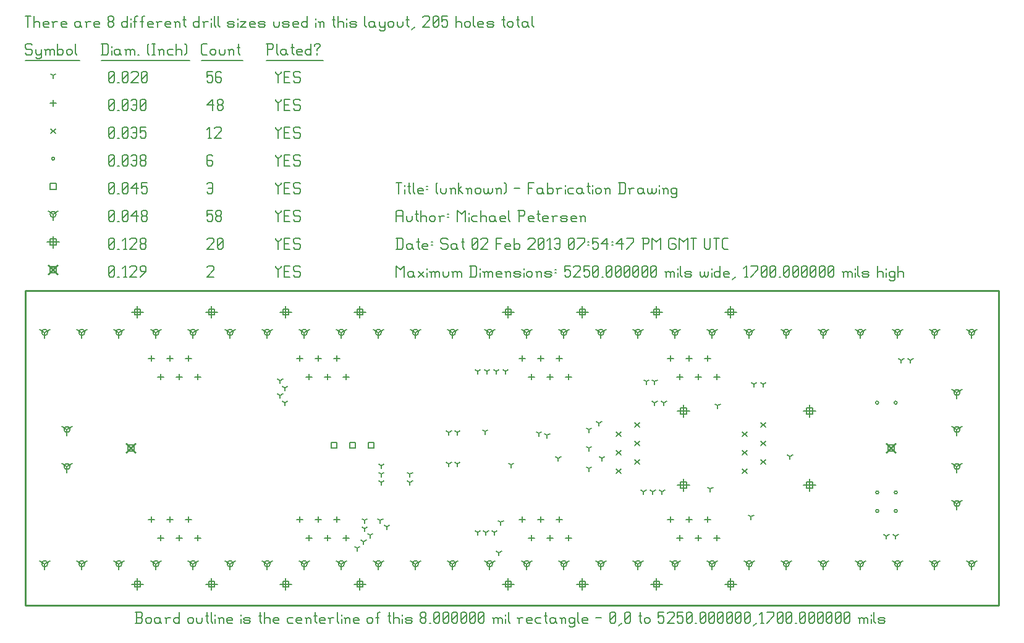
<source format=gbr>
G04 start of page 9 for group -3984 idx -3984 *
G04 Title: (unknown), fab *
G04 Creator: pcb 20110918 *
G04 CreationDate: Sat 02 Feb 2013 07:54:47 PM GMT UTC *
G04 For: petersen *
G04 Format: Gerber/RS-274X *
G04 PCB-Dimensions: 525000 170000 *
G04 PCB-Coordinate-Origin: lower left *
%MOIN*%
%FSLAX25Y25*%
%LNFAB*%
%ADD90C,0.0100*%
%ADD89C,0.0060*%
%ADD88R,0.0080X0.0080*%
%ADD87C,0.0001*%
G54D87*G36*
X464600Y87966D02*X469966Y82600D01*
X469400Y82034D01*
X464034Y87400D01*
X464600Y87966D01*
G37*
G36*
X464034Y82600D02*X469400Y87966D01*
X469966Y87400D01*
X464600Y82034D01*
X464034Y82600D01*
G37*
G54D88*X465400Y86600D02*X468600D01*
X465400D02*Y83400D01*
X468600D01*
Y86600D02*Y83400D01*
G54D87*G36*
X54600Y87966D02*X59966Y82600D01*
X59400Y82034D01*
X54034Y87400D01*
X54600Y87966D01*
G37*
G36*
X54034Y82600D02*X59400Y87966D01*
X59966Y87400D01*
X54600Y82034D01*
X54034Y82600D01*
G37*
G54D88*X55400Y86600D02*X58600D01*
X55400D02*Y83400D01*
X58600D01*
Y86600D02*Y83400D01*
G54D87*G36*
X12600Y184216D02*X17966Y178850D01*
X17400Y178284D01*
X12034Y183650D01*
X12600Y184216D01*
G37*
G36*
X12034Y178850D02*X17400Y184216D01*
X17966Y183650D01*
X12600Y178284D01*
X12034Y178850D01*
G37*
G54D88*X13400Y182850D02*X16600D01*
X13400D02*Y179650D01*
X16600D01*
Y182850D02*Y179650D01*
G54D89*X135000Y183500D02*Y182750D01*
X136500Y181250D01*
X138000Y182750D01*
Y183500D02*Y182750D01*
X136500Y181250D02*Y177500D01*
X139800Y180500D02*X142050D01*
X139800Y177500D02*X142800D01*
X139800Y183500D02*Y177500D01*
Y183500D02*X142800D01*
X147600D02*X148350Y182750D01*
X145350Y183500D02*X147600D01*
X144600Y182750D02*X145350Y183500D01*
X144600Y182750D02*Y181250D01*
X145350Y180500D01*
X147600D01*
X148350Y179750D01*
Y178250D01*
X147600Y177500D02*X148350Y178250D01*
X145350Y177500D02*X147600D01*
X144600Y178250D02*X145350Y177500D01*
X98000Y182750D02*X98750Y183500D01*
X101000D01*
X101750Y182750D01*
Y181250D01*
X98000Y177500D02*X101750Y181250D01*
X98000Y177500D02*X101750D01*
X45000Y178250D02*X45750Y177500D01*
X45000Y182750D02*Y178250D01*
Y182750D02*X45750Y183500D01*
X47250D01*
X48000Y182750D01*
Y178250D01*
X47250Y177500D02*X48000Y178250D01*
X45750Y177500D02*X47250D01*
X45000Y179000D02*X48000Y182000D01*
X49800Y177500D02*X50550D01*
X53100D02*X54600D01*
X53850Y183500D02*Y177500D01*
X52350Y182000D02*X53850Y183500D01*
X56400Y182750D02*X57150Y183500D01*
X59400D01*
X60150Y182750D01*
Y181250D01*
X56400Y177500D02*X60150Y181250D01*
X56400Y177500D02*X60150D01*
X61950D02*X64950Y180500D01*
Y182750D02*Y180500D01*
X64200Y183500D02*X64950Y182750D01*
X62700Y183500D02*X64200D01*
X61950Y182750D02*X62700Y183500D01*
X61950Y182750D02*Y181250D01*
X62700Y180500D01*
X64950D01*
X180500Y161700D02*Y155300D01*
X177300Y158500D02*X183700D01*
X178900Y160100D02*X182100D01*
X178900D02*Y156900D01*
X182100D01*
Y160100D02*Y156900D01*
X140500Y161700D02*Y155300D01*
X137300Y158500D02*X143700D01*
X138900Y160100D02*X142100D01*
X138900D02*Y156900D01*
X142100D01*
Y160100D02*Y156900D01*
X100500Y161700D02*Y155300D01*
X97300Y158500D02*X103700D01*
X98900Y160100D02*X102100D01*
X98900D02*Y156900D01*
X102100D01*
Y160100D02*Y156900D01*
X60500Y161700D02*Y155300D01*
X57300Y158500D02*X63700D01*
X58900Y160100D02*X62100D01*
X58900D02*Y156900D01*
X62100D01*
Y160100D02*Y156900D01*
X260500Y14700D02*Y8300D01*
X257300Y11500D02*X263700D01*
X258900Y13100D02*X262100D01*
X258900D02*Y9900D01*
X262100D01*
Y13100D02*Y9900D01*
X300500Y14700D02*Y8300D01*
X297300Y11500D02*X303700D01*
X298900Y13100D02*X302100D01*
X298900D02*Y9900D01*
X302100D01*
Y13100D02*Y9900D01*
X60500Y14700D02*Y8300D01*
X57300Y11500D02*X63700D01*
X58900Y13100D02*X62100D01*
X58900D02*Y9900D01*
X62100D01*
Y13100D02*Y9900D01*
X100500Y14700D02*Y8300D01*
X97300Y11500D02*X103700D01*
X98900Y13100D02*X102100D01*
X98900D02*Y9900D01*
X102100D01*
Y13100D02*Y9900D01*
X340500Y14700D02*Y8300D01*
X337300Y11500D02*X343700D01*
X338900Y13100D02*X342100D01*
X338900D02*Y9900D01*
X342100D01*
Y13100D02*Y9900D01*
X380500Y14700D02*Y8300D01*
X377300Y11500D02*X383700D01*
X378900Y13100D02*X382100D01*
X378900D02*Y9900D01*
X382100D01*
Y13100D02*Y9900D01*
X140500Y14700D02*Y8300D01*
X137300Y11500D02*X143700D01*
X138900Y13100D02*X142100D01*
X138900D02*Y9900D01*
X142100D01*
Y13100D02*Y9900D01*
X180500Y14700D02*Y8300D01*
X177300Y11500D02*X183700D01*
X178900Y13100D02*X182100D01*
X178900D02*Y9900D01*
X182100D01*
Y13100D02*Y9900D01*
X380500Y161700D02*Y155300D01*
X377300Y158500D02*X383700D01*
X378900Y160100D02*X382100D01*
X378900D02*Y156900D01*
X382100D01*
Y160100D02*Y156900D01*
X340500Y161700D02*Y155300D01*
X337300Y158500D02*X343700D01*
X338900Y160100D02*X342100D01*
X338900D02*Y156900D01*
X342100D01*
Y160100D02*Y156900D01*
X300500Y161700D02*Y155300D01*
X297300Y158500D02*X303700D01*
X298900Y160100D02*X302100D01*
X298900D02*Y156900D01*
X302100D01*
Y160100D02*Y156900D01*
X260500Y161700D02*Y155300D01*
X257300Y158500D02*X263700D01*
X258900Y160100D02*X262100D01*
X258900D02*Y156900D01*
X262100D01*
Y160100D02*Y156900D01*
X355000Y68200D02*Y61800D01*
X351800Y65000D02*X358200D01*
X353400Y66600D02*X356600D01*
X353400D02*Y63400D01*
X356600D01*
Y66600D02*Y63400D01*
X355000Y108200D02*Y101800D01*
X351800Y105000D02*X358200D01*
X353400Y106600D02*X356600D01*
X353400D02*Y103400D01*
X356600D01*
Y106600D02*Y103400D01*
X423000Y68200D02*Y61800D01*
X419800Y65000D02*X426200D01*
X421400Y66600D02*X424600D01*
X421400D02*Y63400D01*
X424600D01*
Y66600D02*Y63400D01*
X423000Y108200D02*Y101800D01*
X419800Y105000D02*X426200D01*
X421400Y106600D02*X424600D01*
X421400D02*Y103400D01*
X424600D01*
Y106600D02*Y103400D01*
X15000Y199450D02*Y193050D01*
X11800Y196250D02*X18200D01*
X13400Y197850D02*X16600D01*
X13400D02*Y194650D01*
X16600D01*
Y197850D02*Y194650D01*
X135000Y198500D02*Y197750D01*
X136500Y196250D01*
X138000Y197750D01*
Y198500D02*Y197750D01*
X136500Y196250D02*Y192500D01*
X139800Y195500D02*X142050D01*
X139800Y192500D02*X142800D01*
X139800Y198500D02*Y192500D01*
Y198500D02*X142800D01*
X147600D02*X148350Y197750D01*
X145350Y198500D02*X147600D01*
X144600Y197750D02*X145350Y198500D01*
X144600Y197750D02*Y196250D01*
X145350Y195500D01*
X147600D01*
X148350Y194750D01*
Y193250D01*
X147600Y192500D02*X148350Y193250D01*
X145350Y192500D02*X147600D01*
X144600Y193250D02*X145350Y192500D01*
X98000Y197750D02*X98750Y198500D01*
X101000D01*
X101750Y197750D01*
Y196250D01*
X98000Y192500D02*X101750Y196250D01*
X98000Y192500D02*X101750D01*
X103550Y193250D02*X104300Y192500D01*
X103550Y197750D02*Y193250D01*
Y197750D02*X104300Y198500D01*
X105800D01*
X106550Y197750D01*
Y193250D01*
X105800Y192500D02*X106550Y193250D01*
X104300Y192500D02*X105800D01*
X103550Y194000D02*X106550Y197000D01*
X45000Y193250D02*X45750Y192500D01*
X45000Y197750D02*Y193250D01*
Y197750D02*X45750Y198500D01*
X47250D01*
X48000Y197750D01*
Y193250D01*
X47250Y192500D02*X48000Y193250D01*
X45750Y192500D02*X47250D01*
X45000Y194000D02*X48000Y197000D01*
X49800Y192500D02*X50550D01*
X53100D02*X54600D01*
X53850Y198500D02*Y192500D01*
X52350Y197000D02*X53850Y198500D01*
X56400Y197750D02*X57150Y198500D01*
X59400D01*
X60150Y197750D01*
Y196250D01*
X56400Y192500D02*X60150Y196250D01*
X56400Y192500D02*X60150D01*
X61950Y193250D02*X62700Y192500D01*
X61950Y194750D02*Y193250D01*
Y194750D02*X62700Y195500D01*
X64200D01*
X64950Y194750D01*
Y193250D01*
X64200Y192500D02*X64950Y193250D01*
X62700Y192500D02*X64200D01*
X61950Y196250D02*X62700Y195500D01*
X61950Y197750D02*Y196250D01*
Y197750D02*X62700Y198500D01*
X64200D01*
X64950Y197750D01*
Y196250D01*
X64200Y195500D02*X64950Y196250D01*
X290500Y22500D02*Y19300D01*
Y22500D02*X293273Y24100D01*
X290500Y22500D02*X287727Y24100D01*
X288900Y22500D02*G75*G03X292100Y22500I1600J0D01*G01*
G75*G03X288900Y22500I-1600J0D01*G01*
X310500D02*Y19300D01*
Y22500D02*X313273Y24100D01*
X310500Y22500D02*X307727Y24100D01*
X308900Y22500D02*G75*G03X312100Y22500I1600J0D01*G01*
G75*G03X308900Y22500I-1600J0D01*G01*
X502500Y95000D02*Y91800D01*
Y95000D02*X505273Y96600D01*
X502500Y95000D02*X499727Y96600D01*
X500900Y95000D02*G75*G03X504100Y95000I1600J0D01*G01*
G75*G03X500900Y95000I-1600J0D01*G01*
X502500Y115000D02*Y111800D01*
Y115000D02*X505273Y116600D01*
X502500Y115000D02*X499727Y116600D01*
X500900Y115000D02*G75*G03X504100Y115000I1600J0D01*G01*
G75*G03X500900Y115000I-1600J0D01*G01*
X502500Y55000D02*Y51800D01*
Y55000D02*X505273Y56600D01*
X502500Y55000D02*X499727Y56600D01*
X500900Y55000D02*G75*G03X504100Y55000I1600J0D01*G01*
G75*G03X500900Y55000I-1600J0D01*G01*
X502500Y75000D02*Y71800D01*
Y75000D02*X505273Y76600D01*
X502500Y75000D02*X499727Y76600D01*
X500900Y75000D02*G75*G03X504100Y75000I1600J0D01*G01*
G75*G03X500900Y75000I-1600J0D01*G01*
X150500Y147500D02*Y144300D01*
Y147500D02*X153273Y149100D01*
X150500Y147500D02*X147727Y149100D01*
X148900Y147500D02*G75*G03X152100Y147500I1600J0D01*G01*
G75*G03X148900Y147500I-1600J0D01*G01*
X130500D02*Y144300D01*
Y147500D02*X133273Y149100D01*
X130500Y147500D02*X127727Y149100D01*
X128900Y147500D02*G75*G03X132100Y147500I1600J0D01*G01*
G75*G03X128900Y147500I-1600J0D01*G01*
X30500D02*Y144300D01*
Y147500D02*X33273Y149100D01*
X30500Y147500D02*X27727Y149100D01*
X28900Y147500D02*G75*G03X32100Y147500I1600J0D01*G01*
G75*G03X28900Y147500I-1600J0D01*G01*
X10500D02*Y144300D01*
Y147500D02*X13273Y149100D01*
X10500Y147500D02*X7727Y149100D01*
X8900Y147500D02*G75*G03X12100Y147500I1600J0D01*G01*
G75*G03X8900Y147500I-1600J0D01*G01*
X470500D02*Y144300D01*
Y147500D02*X473273Y149100D01*
X470500Y147500D02*X467727Y149100D01*
X468900Y147500D02*G75*G03X472100Y147500I1600J0D01*G01*
G75*G03X468900Y147500I-1600J0D01*G01*
X450500D02*Y144300D01*
Y147500D02*X453273Y149100D01*
X450500Y147500D02*X447727Y149100D01*
X448900Y147500D02*G75*G03X452100Y147500I1600J0D01*G01*
G75*G03X448900Y147500I-1600J0D01*G01*
X510500D02*Y144300D01*
Y147500D02*X513273Y149100D01*
X510500Y147500D02*X507727Y149100D01*
X508900Y147500D02*G75*G03X512100Y147500I1600J0D01*G01*
G75*G03X508900Y147500I-1600J0D01*G01*
X490500D02*Y144300D01*
Y147500D02*X493273Y149100D01*
X490500Y147500D02*X487727Y149100D01*
X488900Y147500D02*G75*G03X492100Y147500I1600J0D01*G01*
G75*G03X488900Y147500I-1600J0D01*G01*
X490500Y22500D02*Y19300D01*
Y22500D02*X493273Y24100D01*
X490500Y22500D02*X487727Y24100D01*
X488900Y22500D02*G75*G03X492100Y22500I1600J0D01*G01*
G75*G03X488900Y22500I-1600J0D01*G01*
X510500D02*Y19300D01*
Y22500D02*X513273Y24100D01*
X510500Y22500D02*X507727Y24100D01*
X508900Y22500D02*G75*G03X512100Y22500I1600J0D01*G01*
G75*G03X508900Y22500I-1600J0D01*G01*
X50500D02*Y19300D01*
Y22500D02*X53273Y24100D01*
X50500Y22500D02*X47727Y24100D01*
X48900Y22500D02*G75*G03X52100Y22500I1600J0D01*G01*
G75*G03X48900Y22500I-1600J0D01*G01*
X70500D02*Y19300D01*
Y22500D02*X73273Y24100D01*
X70500Y22500D02*X67727Y24100D01*
X68900Y22500D02*G75*G03X72100Y22500I1600J0D01*G01*
G75*G03X68900Y22500I-1600J0D01*G01*
X250500D02*Y19300D01*
Y22500D02*X253273Y24100D01*
X250500Y22500D02*X247727Y24100D01*
X248900Y22500D02*G75*G03X252100Y22500I1600J0D01*G01*
G75*G03X248900Y22500I-1600J0D01*G01*
X270500D02*Y19300D01*
Y22500D02*X273273Y24100D01*
X270500Y22500D02*X267727Y24100D01*
X268900Y22500D02*G75*G03X272100Y22500I1600J0D01*G01*
G75*G03X268900Y22500I-1600J0D01*G01*
X70500Y147500D02*Y144300D01*
Y147500D02*X73273Y149100D01*
X70500Y147500D02*X67727Y149100D01*
X68900Y147500D02*G75*G03X72100Y147500I1600J0D01*G01*
G75*G03X68900Y147500I-1600J0D01*G01*
X50500D02*Y144300D01*
Y147500D02*X53273Y149100D01*
X50500Y147500D02*X47727Y149100D01*
X48900Y147500D02*G75*G03X52100Y147500I1600J0D01*G01*
G75*G03X48900Y147500I-1600J0D01*G01*
X370500Y22500D02*Y19300D01*
Y22500D02*X373273Y24100D01*
X370500Y22500D02*X367727Y24100D01*
X368900Y22500D02*G75*G03X372100Y22500I1600J0D01*G01*
G75*G03X368900Y22500I-1600J0D01*G01*
X390500D02*Y19300D01*
Y22500D02*X393273Y24100D01*
X390500Y22500D02*X387727Y24100D01*
X388900Y22500D02*G75*G03X392100Y22500I1600J0D01*G01*
G75*G03X388900Y22500I-1600J0D01*G01*
X90500D02*Y19300D01*
Y22500D02*X93273Y24100D01*
X90500Y22500D02*X87727Y24100D01*
X88900Y22500D02*G75*G03X92100Y22500I1600J0D01*G01*
G75*G03X88900Y22500I-1600J0D01*G01*
X110500D02*Y19300D01*
Y22500D02*X113273Y24100D01*
X110500Y22500D02*X107727Y24100D01*
X108900Y22500D02*G75*G03X112100Y22500I1600J0D01*G01*
G75*G03X108900Y22500I-1600J0D01*G01*
X170500D02*Y19300D01*
Y22500D02*X173273Y24100D01*
X170500Y22500D02*X167727Y24100D01*
X168900Y22500D02*G75*G03X172100Y22500I1600J0D01*G01*
G75*G03X168900Y22500I-1600J0D01*G01*
X190500D02*Y19300D01*
Y22500D02*X193273Y24100D01*
X190500Y22500D02*X187727Y24100D01*
X188900Y22500D02*G75*G03X192100Y22500I1600J0D01*G01*
G75*G03X188900Y22500I-1600J0D01*G01*
X130500D02*Y19300D01*
Y22500D02*X133273Y24100D01*
X130500Y22500D02*X127727Y24100D01*
X128900Y22500D02*G75*G03X132100Y22500I1600J0D01*G01*
G75*G03X128900Y22500I-1600J0D01*G01*
X150500D02*Y19300D01*
Y22500D02*X153273Y24100D01*
X150500Y22500D02*X147727Y24100D01*
X148900Y22500D02*G75*G03X152100Y22500I1600J0D01*G01*
G75*G03X148900Y22500I-1600J0D01*G01*
X210500D02*Y19300D01*
Y22500D02*X213273Y24100D01*
X210500Y22500D02*X207727Y24100D01*
X208900Y22500D02*G75*G03X212100Y22500I1600J0D01*G01*
G75*G03X208900Y22500I-1600J0D01*G01*
X230500D02*Y19300D01*
Y22500D02*X233273Y24100D01*
X230500Y22500D02*X227727Y24100D01*
X228900Y22500D02*G75*G03X232100Y22500I1600J0D01*G01*
G75*G03X228900Y22500I-1600J0D01*G01*
X230500Y147500D02*Y144300D01*
Y147500D02*X233273Y149100D01*
X230500Y147500D02*X227727Y149100D01*
X228900Y147500D02*G75*G03X232100Y147500I1600J0D01*G01*
G75*G03X228900Y147500I-1600J0D01*G01*
X210500D02*Y144300D01*
Y147500D02*X213273Y149100D01*
X210500Y147500D02*X207727Y149100D01*
X208900Y147500D02*G75*G03X212100Y147500I1600J0D01*G01*
G75*G03X208900Y147500I-1600J0D01*G01*
X330500Y22500D02*Y19300D01*
Y22500D02*X333273Y24100D01*
X330500Y22500D02*X327727Y24100D01*
X328900Y22500D02*G75*G03X332100Y22500I1600J0D01*G01*
G75*G03X328900Y22500I-1600J0D01*G01*
X350500D02*Y19300D01*
Y22500D02*X353273Y24100D01*
X350500Y22500D02*X347727Y24100D01*
X348900Y22500D02*G75*G03X352100Y22500I1600J0D01*G01*
G75*G03X348900Y22500I-1600J0D01*G01*
X450500D02*Y19300D01*
Y22500D02*X453273Y24100D01*
X450500Y22500D02*X447727Y24100D01*
X448900Y22500D02*G75*G03X452100Y22500I1600J0D01*G01*
G75*G03X448900Y22500I-1600J0D01*G01*
X470500D02*Y19300D01*
Y22500D02*X473273Y24100D01*
X470500Y22500D02*X467727Y24100D01*
X468900Y22500D02*G75*G03X472100Y22500I1600J0D01*G01*
G75*G03X468900Y22500I-1600J0D01*G01*
X390500Y147500D02*Y144300D01*
Y147500D02*X393273Y149100D01*
X390500Y147500D02*X387727Y149100D01*
X388900Y147500D02*G75*G03X392100Y147500I1600J0D01*G01*
G75*G03X388900Y147500I-1600J0D01*G01*
X370500D02*Y144300D01*
Y147500D02*X373273Y149100D01*
X370500Y147500D02*X367727Y149100D01*
X368900Y147500D02*G75*G03X372100Y147500I1600J0D01*G01*
G75*G03X368900Y147500I-1600J0D01*G01*
X270500D02*Y144300D01*
Y147500D02*X273273Y149100D01*
X270500Y147500D02*X267727Y149100D01*
X268900Y147500D02*G75*G03X272100Y147500I1600J0D01*G01*
G75*G03X268900Y147500I-1600J0D01*G01*
X250500D02*Y144300D01*
Y147500D02*X253273Y149100D01*
X250500Y147500D02*X247727Y149100D01*
X248900Y147500D02*G75*G03X252100Y147500I1600J0D01*G01*
G75*G03X248900Y147500I-1600J0D01*G01*
X22500Y95000D02*Y91800D01*
Y95000D02*X25273Y96600D01*
X22500Y95000D02*X19727Y96600D01*
X20900Y95000D02*G75*G03X24100Y95000I1600J0D01*G01*
G75*G03X20900Y95000I-1600J0D01*G01*
X22500Y75000D02*Y71800D01*
Y75000D02*X25273Y76600D01*
X22500Y75000D02*X19727Y76600D01*
X20900Y75000D02*G75*G03X24100Y75000I1600J0D01*G01*
G75*G03X20900Y75000I-1600J0D01*G01*
X350500Y147500D02*Y144300D01*
Y147500D02*X353273Y149100D01*
X350500Y147500D02*X347727Y149100D01*
X348900Y147500D02*G75*G03X352100Y147500I1600J0D01*G01*
G75*G03X348900Y147500I-1600J0D01*G01*
X330500D02*Y144300D01*
Y147500D02*X333273Y149100D01*
X330500Y147500D02*X327727Y149100D01*
X328900Y147500D02*G75*G03X332100Y147500I1600J0D01*G01*
G75*G03X328900Y147500I-1600J0D01*G01*
X310500D02*Y144300D01*
Y147500D02*X313273Y149100D01*
X310500Y147500D02*X307727Y149100D01*
X308900Y147500D02*G75*G03X312100Y147500I1600J0D01*G01*
G75*G03X308900Y147500I-1600J0D01*G01*
X290500D02*Y144300D01*
Y147500D02*X293273Y149100D01*
X290500Y147500D02*X287727Y149100D01*
X288900Y147500D02*G75*G03X292100Y147500I1600J0D01*G01*
G75*G03X288900Y147500I-1600J0D01*G01*
X430500D02*Y144300D01*
Y147500D02*X433273Y149100D01*
X430500Y147500D02*X427727Y149100D01*
X428900Y147500D02*G75*G03X432100Y147500I1600J0D01*G01*
G75*G03X428900Y147500I-1600J0D01*G01*
X410500D02*Y144300D01*
Y147500D02*X413273Y149100D01*
X410500Y147500D02*X407727Y149100D01*
X408900Y147500D02*G75*G03X412100Y147500I1600J0D01*G01*
G75*G03X408900Y147500I-1600J0D01*G01*
X110500D02*Y144300D01*
Y147500D02*X113273Y149100D01*
X110500Y147500D02*X107727Y149100D01*
X108900Y147500D02*G75*G03X112100Y147500I1600J0D01*G01*
G75*G03X108900Y147500I-1600J0D01*G01*
X90500D02*Y144300D01*
Y147500D02*X93273Y149100D01*
X90500Y147500D02*X87727Y149100D01*
X88900Y147500D02*G75*G03X92100Y147500I1600J0D01*G01*
G75*G03X88900Y147500I-1600J0D01*G01*
X190500D02*Y144300D01*
Y147500D02*X193273Y149100D01*
X190500Y147500D02*X187727Y149100D01*
X188900Y147500D02*G75*G03X192100Y147500I1600J0D01*G01*
G75*G03X188900Y147500I-1600J0D01*G01*
X170500D02*Y144300D01*
Y147500D02*X173273Y149100D01*
X170500Y147500D02*X167727Y149100D01*
X168900Y147500D02*G75*G03X172100Y147500I1600J0D01*G01*
G75*G03X168900Y147500I-1600J0D01*G01*
X410500Y22500D02*Y19300D01*
Y22500D02*X413273Y24100D01*
X410500Y22500D02*X407727Y24100D01*
X408900Y22500D02*G75*G03X412100Y22500I1600J0D01*G01*
G75*G03X408900Y22500I-1600J0D01*G01*
X430500D02*Y19300D01*
Y22500D02*X433273Y24100D01*
X430500Y22500D02*X427727Y24100D01*
X428900Y22500D02*G75*G03X432100Y22500I1600J0D01*G01*
G75*G03X428900Y22500I-1600J0D01*G01*
X10500D02*Y19300D01*
Y22500D02*X13273Y24100D01*
X10500Y22500D02*X7727Y24100D01*
X8900Y22500D02*G75*G03X12100Y22500I1600J0D01*G01*
G75*G03X8900Y22500I-1600J0D01*G01*
X30500D02*Y19300D01*
Y22500D02*X33273Y24100D01*
X30500Y22500D02*X27727Y24100D01*
X28900Y22500D02*G75*G03X32100Y22500I1600J0D01*G01*
G75*G03X28900Y22500I-1600J0D01*G01*
X15000Y211250D02*Y208050D01*
Y211250D02*X17773Y212850D01*
X15000Y211250D02*X12227Y212850D01*
X13400Y211250D02*G75*G03X16600Y211250I1600J0D01*G01*
G75*G03X13400Y211250I-1600J0D01*G01*
X135000Y213500D02*Y212750D01*
X136500Y211250D01*
X138000Y212750D01*
Y213500D02*Y212750D01*
X136500Y211250D02*Y207500D01*
X139800Y210500D02*X142050D01*
X139800Y207500D02*X142800D01*
X139800Y213500D02*Y207500D01*
Y213500D02*X142800D01*
X147600D02*X148350Y212750D01*
X145350Y213500D02*X147600D01*
X144600Y212750D02*X145350Y213500D01*
X144600Y212750D02*Y211250D01*
X145350Y210500D01*
X147600D01*
X148350Y209750D01*
Y208250D01*
X147600Y207500D02*X148350Y208250D01*
X145350Y207500D02*X147600D01*
X144600Y208250D02*X145350Y207500D01*
X98000Y213500D02*X101000D01*
X98000D02*Y210500D01*
X98750Y211250D01*
X100250D01*
X101000Y210500D01*
Y208250D01*
X100250Y207500D02*X101000Y208250D01*
X98750Y207500D02*X100250D01*
X98000Y208250D02*X98750Y207500D01*
X102800Y208250D02*X103550Y207500D01*
X102800Y209750D02*Y208250D01*
Y209750D02*X103550Y210500D01*
X105050D01*
X105800Y209750D01*
Y208250D01*
X105050Y207500D02*X105800Y208250D01*
X103550Y207500D02*X105050D01*
X102800Y211250D02*X103550Y210500D01*
X102800Y212750D02*Y211250D01*
Y212750D02*X103550Y213500D01*
X105050D01*
X105800Y212750D01*
Y211250D01*
X105050Y210500D02*X105800Y211250D01*
X45000Y208250D02*X45750Y207500D01*
X45000Y212750D02*Y208250D01*
Y212750D02*X45750Y213500D01*
X47250D01*
X48000Y212750D01*
Y208250D01*
X47250Y207500D02*X48000Y208250D01*
X45750Y207500D02*X47250D01*
X45000Y209000D02*X48000Y212000D01*
X49800Y207500D02*X50550D01*
X52350Y208250D02*X53100Y207500D01*
X52350Y212750D02*Y208250D01*
Y212750D02*X53100Y213500D01*
X54600D01*
X55350Y212750D01*
Y208250D01*
X54600Y207500D02*X55350Y208250D01*
X53100Y207500D02*X54600D01*
X52350Y209000D02*X55350Y212000D01*
X57150Y210500D02*X60150Y213500D01*
X57150Y210500D02*X60900D01*
X60150Y213500D02*Y207500D01*
X62700Y208250D02*X63450Y207500D01*
X62700Y209750D02*Y208250D01*
Y209750D02*X63450Y210500D01*
X64950D01*
X65700Y209750D01*
Y208250D01*
X64950Y207500D02*X65700Y208250D01*
X63450Y207500D02*X64950D01*
X62700Y211250D02*X63450Y210500D01*
X62700Y212750D02*Y211250D01*
Y212750D02*X63450Y213500D01*
X64950D01*
X65700Y212750D01*
Y211250D01*
X64950Y210500D02*X65700Y211250D01*
X184900Y88100D02*X188100D01*
X184900D02*Y84900D01*
X188100D01*
Y88100D02*Y84900D01*
X174900Y88100D02*X178100D01*
X174900D02*Y84900D01*
X178100D01*
Y88100D02*Y84900D01*
X164900Y88100D02*X168100D01*
X164900D02*Y84900D01*
X168100D01*
Y88100D02*Y84900D01*
X13400Y227850D02*X16600D01*
X13400D02*Y224650D01*
X16600D01*
Y227850D02*Y224650D01*
X135000Y228500D02*Y227750D01*
X136500Y226250D01*
X138000Y227750D01*
Y228500D02*Y227750D01*
X136500Y226250D02*Y222500D01*
X139800Y225500D02*X142050D01*
X139800Y222500D02*X142800D01*
X139800Y228500D02*Y222500D01*
Y228500D02*X142800D01*
X147600D02*X148350Y227750D01*
X145350Y228500D02*X147600D01*
X144600Y227750D02*X145350Y228500D01*
X144600Y227750D02*Y226250D01*
X145350Y225500D01*
X147600D01*
X148350Y224750D01*
Y223250D01*
X147600Y222500D02*X148350Y223250D01*
X145350Y222500D02*X147600D01*
X144600Y223250D02*X145350Y222500D01*
X98000Y227750D02*X98750Y228500D01*
X100250D01*
X101000Y227750D01*
Y223250D01*
X100250Y222500D02*X101000Y223250D01*
X98750Y222500D02*X100250D01*
X98000Y223250D02*X98750Y222500D01*
Y225500D02*X101000D01*
X45000Y223250D02*X45750Y222500D01*
X45000Y227750D02*Y223250D01*
Y227750D02*X45750Y228500D01*
X47250D01*
X48000Y227750D01*
Y223250D01*
X47250Y222500D02*X48000Y223250D01*
X45750Y222500D02*X47250D01*
X45000Y224000D02*X48000Y227000D01*
X49800Y222500D02*X50550D01*
X52350Y223250D02*X53100Y222500D01*
X52350Y227750D02*Y223250D01*
Y227750D02*X53100Y228500D01*
X54600D01*
X55350Y227750D01*
Y223250D01*
X54600Y222500D02*X55350Y223250D01*
X53100Y222500D02*X54600D01*
X52350Y224000D02*X55350Y227000D01*
X57150Y225500D02*X60150Y228500D01*
X57150Y225500D02*X60900D01*
X60150Y228500D02*Y222500D01*
X62700Y228500D02*X65700D01*
X62700D02*Y225500D01*
X63450Y226250D01*
X64950D01*
X65700Y225500D01*
Y223250D01*
X64950Y222500D02*X65700Y223250D01*
X63450Y222500D02*X64950D01*
X62700Y223250D02*X63450Y222500D01*
X458700Y109500D02*G75*G03X460300Y109500I800J0D01*G01*
G75*G03X458700Y109500I-800J0D01*G01*
X468700D02*G75*G03X470300Y109500I800J0D01*G01*
G75*G03X468700Y109500I-800J0D01*G01*
X458700Y51000D02*G75*G03X460300Y51000I800J0D01*G01*
G75*G03X458700Y51000I-800J0D01*G01*
X468700D02*G75*G03X470300Y51000I800J0D01*G01*
G75*G03X468700Y51000I-800J0D01*G01*
X458700Y61000D02*G75*G03X460300Y61000I800J0D01*G01*
G75*G03X458700Y61000I-800J0D01*G01*
X468700D02*G75*G03X470300Y61000I800J0D01*G01*
G75*G03X468700Y61000I-800J0D01*G01*
X14200Y241250D02*G75*G03X15800Y241250I800J0D01*G01*
G75*G03X14200Y241250I-800J0D01*G01*
X135000Y243500D02*Y242750D01*
X136500Y241250D01*
X138000Y242750D01*
Y243500D02*Y242750D01*
X136500Y241250D02*Y237500D01*
X139800Y240500D02*X142050D01*
X139800Y237500D02*X142800D01*
X139800Y243500D02*Y237500D01*
Y243500D02*X142800D01*
X147600D02*X148350Y242750D01*
X145350Y243500D02*X147600D01*
X144600Y242750D02*X145350Y243500D01*
X144600Y242750D02*Y241250D01*
X145350Y240500D01*
X147600D01*
X148350Y239750D01*
Y238250D01*
X147600Y237500D02*X148350Y238250D01*
X145350Y237500D02*X147600D01*
X144600Y238250D02*X145350Y237500D01*
X100250Y243500D02*X101000Y242750D01*
X98750Y243500D02*X100250D01*
X98000Y242750D02*X98750Y243500D01*
X98000Y242750D02*Y238250D01*
X98750Y237500D01*
X100250Y240500D02*X101000Y239750D01*
X98000Y240500D02*X100250D01*
X98750Y237500D02*X100250D01*
X101000Y238250D01*
Y239750D02*Y238250D01*
X45000D02*X45750Y237500D01*
X45000Y242750D02*Y238250D01*
Y242750D02*X45750Y243500D01*
X47250D01*
X48000Y242750D01*
Y238250D01*
X47250Y237500D02*X48000Y238250D01*
X45750Y237500D02*X47250D01*
X45000Y239000D02*X48000Y242000D01*
X49800Y237500D02*X50550D01*
X52350Y238250D02*X53100Y237500D01*
X52350Y242750D02*Y238250D01*
Y242750D02*X53100Y243500D01*
X54600D01*
X55350Y242750D01*
Y238250D01*
X54600Y237500D02*X55350Y238250D01*
X53100Y237500D02*X54600D01*
X52350Y239000D02*X55350Y242000D01*
X57150Y242750D02*X57900Y243500D01*
X59400D01*
X60150Y242750D01*
Y238250D01*
X59400Y237500D02*X60150Y238250D01*
X57900Y237500D02*X59400D01*
X57150Y238250D02*X57900Y237500D01*
Y240500D02*X60150D01*
X61950Y238250D02*X62700Y237500D01*
X61950Y239750D02*Y238250D01*
Y239750D02*X62700Y240500D01*
X64200D01*
X64950Y239750D01*
Y238250D01*
X64200Y237500D02*X64950Y238250D01*
X62700Y237500D02*X64200D01*
X61950Y241250D02*X62700Y240500D01*
X61950Y242750D02*Y241250D01*
Y242750D02*X62700Y243500D01*
X64200D01*
X64950Y242750D01*
Y241250D01*
X64200Y240500D02*X64950Y241250D01*
X318800Y73700D02*X321200Y71300D01*
X318800D02*X321200Y73700D01*
X328800Y78700D02*X331200Y76300D01*
X328800D02*X331200Y78700D01*
X318800Y83700D02*X321200Y81300D01*
X318800D02*X321200Y83700D01*
X328800Y88700D02*X331200Y86300D01*
X328800D02*X331200Y88700D01*
X318800Y93700D02*X321200Y91300D01*
X318800D02*X321200Y93700D01*
X328800Y98700D02*X331200Y96300D01*
X328800D02*X331200Y98700D01*
X386800Y73700D02*X389200Y71300D01*
X386800D02*X389200Y73700D01*
X396800Y78700D02*X399200Y76300D01*
X396800D02*X399200Y78700D01*
X386800Y83700D02*X389200Y81300D01*
X386800D02*X389200Y83700D01*
X396800Y88700D02*X399200Y86300D01*
X396800D02*X399200Y88700D01*
X386800Y93700D02*X389200Y91300D01*
X386800D02*X389200Y93700D01*
X396800Y98700D02*X399200Y96300D01*
X396800D02*X399200Y98700D01*
X13800Y257450D02*X16200Y255050D01*
X13800D02*X16200Y257450D01*
X135000Y258500D02*Y257750D01*
X136500Y256250D01*
X138000Y257750D01*
Y258500D02*Y257750D01*
X136500Y256250D02*Y252500D01*
X139800Y255500D02*X142050D01*
X139800Y252500D02*X142800D01*
X139800Y258500D02*Y252500D01*
Y258500D02*X142800D01*
X147600D02*X148350Y257750D01*
X145350Y258500D02*X147600D01*
X144600Y257750D02*X145350Y258500D01*
X144600Y257750D02*Y256250D01*
X145350Y255500D01*
X147600D01*
X148350Y254750D01*
Y253250D01*
X147600Y252500D02*X148350Y253250D01*
X145350Y252500D02*X147600D01*
X144600Y253250D02*X145350Y252500D01*
X98750D02*X100250D01*
X99500Y258500D02*Y252500D01*
X98000Y257000D02*X99500Y258500D01*
X102050Y257750D02*X102800Y258500D01*
X105050D01*
X105800Y257750D01*
Y256250D01*
X102050Y252500D02*X105800Y256250D01*
X102050Y252500D02*X105800D01*
X45000Y253250D02*X45750Y252500D01*
X45000Y257750D02*Y253250D01*
Y257750D02*X45750Y258500D01*
X47250D01*
X48000Y257750D01*
Y253250D01*
X47250Y252500D02*X48000Y253250D01*
X45750Y252500D02*X47250D01*
X45000Y254000D02*X48000Y257000D01*
X49800Y252500D02*X50550D01*
X52350Y253250D02*X53100Y252500D01*
X52350Y257750D02*Y253250D01*
Y257750D02*X53100Y258500D01*
X54600D01*
X55350Y257750D01*
Y253250D01*
X54600Y252500D02*X55350Y253250D01*
X53100Y252500D02*X54600D01*
X52350Y254000D02*X55350Y257000D01*
X57150Y257750D02*X57900Y258500D01*
X59400D01*
X60150Y257750D01*
Y253250D01*
X59400Y252500D02*X60150Y253250D01*
X57900Y252500D02*X59400D01*
X57150Y253250D02*X57900Y252500D01*
Y255500D02*X60150D01*
X61950Y258500D02*X64950D01*
X61950D02*Y255500D01*
X62700Y256250D01*
X64200D01*
X64950Y255500D01*
Y253250D01*
X64200Y252500D02*X64950Y253250D01*
X62700Y252500D02*X64200D01*
X61950Y253250D02*X62700Y252500D01*
X173000Y125100D02*Y121900D01*
X171400Y123500D02*X174600D01*
X168000Y135100D02*Y131900D01*
X166400Y133500D02*X169600D01*
X163000Y125100D02*Y121900D01*
X161400Y123500D02*X164600D01*
X158000Y135100D02*Y131900D01*
X156400Y133500D02*X159600D01*
X153000Y125100D02*Y121900D01*
X151400Y123500D02*X154600D01*
X148000Y135100D02*Y131900D01*
X146400Y133500D02*X149600D01*
X93000Y125100D02*Y121900D01*
X91400Y123500D02*X94600D01*
X88000Y135100D02*Y131900D01*
X86400Y133500D02*X89600D01*
X83000Y125100D02*Y121900D01*
X81400Y123500D02*X84600D01*
X78000Y135100D02*Y131900D01*
X76400Y133500D02*X79600D01*
X73000Y125100D02*Y121900D01*
X71400Y123500D02*X74600D01*
X68000Y135100D02*Y131900D01*
X66400Y133500D02*X69600D01*
X268000Y48100D02*Y44900D01*
X266400Y46500D02*X269600D01*
X273000Y38100D02*Y34900D01*
X271400Y36500D02*X274600D01*
X278000Y48100D02*Y44900D01*
X276400Y46500D02*X279600D01*
X283000Y38100D02*Y34900D01*
X281400Y36500D02*X284600D01*
X288000Y48100D02*Y44900D01*
X286400Y46500D02*X289600D01*
X293000Y38100D02*Y34900D01*
X291400Y36500D02*X294600D01*
X68000Y48100D02*Y44900D01*
X66400Y46500D02*X69600D01*
X73000Y38100D02*Y34900D01*
X71400Y36500D02*X74600D01*
X78000Y48100D02*Y44900D01*
X76400Y46500D02*X79600D01*
X83000Y38100D02*Y34900D01*
X81400Y36500D02*X84600D01*
X88000Y48100D02*Y44900D01*
X86400Y46500D02*X89600D01*
X93000Y38100D02*Y34900D01*
X91400Y36500D02*X94600D01*
X348000Y48100D02*Y44900D01*
X346400Y46500D02*X349600D01*
X353000Y38100D02*Y34900D01*
X351400Y36500D02*X354600D01*
X358000Y48100D02*Y44900D01*
X356400Y46500D02*X359600D01*
X363000Y38100D02*Y34900D01*
X361400Y36500D02*X364600D01*
X368000Y48100D02*Y44900D01*
X366400Y46500D02*X369600D01*
X373000Y38100D02*Y34900D01*
X371400Y36500D02*X374600D01*
X148000Y48100D02*Y44900D01*
X146400Y46500D02*X149600D01*
X153000Y38100D02*Y34900D01*
X151400Y36500D02*X154600D01*
X158000Y48100D02*Y44900D01*
X156400Y46500D02*X159600D01*
X163000Y38100D02*Y34900D01*
X161400Y36500D02*X164600D01*
X168000Y48100D02*Y44900D01*
X166400Y46500D02*X169600D01*
X173000Y38100D02*Y34900D01*
X171400Y36500D02*X174600D01*
X373000Y125100D02*Y121900D01*
X371400Y123500D02*X374600D01*
X368000Y135100D02*Y131900D01*
X366400Y133500D02*X369600D01*
X363000Y125100D02*Y121900D01*
X361400Y123500D02*X364600D01*
X358000Y135100D02*Y131900D01*
X356400Y133500D02*X359600D01*
X353000Y125100D02*Y121900D01*
X351400Y123500D02*X354600D01*
X348000Y135100D02*Y131900D01*
X346400Y133500D02*X349600D01*
X293000Y125100D02*Y121900D01*
X291400Y123500D02*X294600D01*
X288000Y135100D02*Y131900D01*
X286400Y133500D02*X289600D01*
X283000Y125100D02*Y121900D01*
X281400Y123500D02*X284600D01*
X278000Y135100D02*Y131900D01*
X276400Y133500D02*X279600D01*
X273000Y125100D02*Y121900D01*
X271400Y123500D02*X274600D01*
X268000Y135100D02*Y131900D01*
X266400Y133500D02*X269600D01*
X15000Y272850D02*Y269650D01*
X13400Y271250D02*X16600D01*
X135000Y273500D02*Y272750D01*
X136500Y271250D01*
X138000Y272750D01*
Y273500D02*Y272750D01*
X136500Y271250D02*Y267500D01*
X139800Y270500D02*X142050D01*
X139800Y267500D02*X142800D01*
X139800Y273500D02*Y267500D01*
Y273500D02*X142800D01*
X147600D02*X148350Y272750D01*
X145350Y273500D02*X147600D01*
X144600Y272750D02*X145350Y273500D01*
X144600Y272750D02*Y271250D01*
X145350Y270500D01*
X147600D01*
X148350Y269750D01*
Y268250D01*
X147600Y267500D02*X148350Y268250D01*
X145350Y267500D02*X147600D01*
X144600Y268250D02*X145350Y267500D01*
X98000Y270500D02*X101000Y273500D01*
X98000Y270500D02*X101750D01*
X101000Y273500D02*Y267500D01*
X103550Y268250D02*X104300Y267500D01*
X103550Y269750D02*Y268250D01*
Y269750D02*X104300Y270500D01*
X105800D01*
X106550Y269750D01*
Y268250D01*
X105800Y267500D02*X106550Y268250D01*
X104300Y267500D02*X105800D01*
X103550Y271250D02*X104300Y270500D01*
X103550Y272750D02*Y271250D01*
Y272750D02*X104300Y273500D01*
X105800D01*
X106550Y272750D01*
Y271250D01*
X105800Y270500D02*X106550Y271250D01*
X45000Y268250D02*X45750Y267500D01*
X45000Y272750D02*Y268250D01*
Y272750D02*X45750Y273500D01*
X47250D01*
X48000Y272750D01*
Y268250D01*
X47250Y267500D02*X48000Y268250D01*
X45750Y267500D02*X47250D01*
X45000Y269000D02*X48000Y272000D01*
X49800Y267500D02*X50550D01*
X52350Y268250D02*X53100Y267500D01*
X52350Y272750D02*Y268250D01*
Y272750D02*X53100Y273500D01*
X54600D01*
X55350Y272750D01*
Y268250D01*
X54600Y267500D02*X55350Y268250D01*
X53100Y267500D02*X54600D01*
X52350Y269000D02*X55350Y272000D01*
X57150Y272750D02*X57900Y273500D01*
X59400D01*
X60150Y272750D01*
Y268250D01*
X59400Y267500D02*X60150Y268250D01*
X57900Y267500D02*X59400D01*
X57150Y268250D02*X57900Y267500D01*
Y270500D02*X60150D01*
X61950Y268250D02*X62700Y267500D01*
X61950Y272750D02*Y268250D01*
Y272750D02*X62700Y273500D01*
X64200D01*
X64950Y272750D01*
Y268250D01*
X64200Y267500D02*X64950Y268250D01*
X62700Y267500D02*X64200D01*
X61950Y269000D02*X64950Y272000D01*
X255500Y28500D02*Y26900D01*
Y28500D02*X256887Y29300D01*
X255500Y28500D02*X254113Y29300D01*
X304000Y74000D02*Y72400D01*
Y74000D02*X305387Y74800D01*
X304000Y74000D02*X302613Y74800D01*
X287500Y79500D02*Y77900D01*
Y79500D02*X288887Y80300D01*
X287500Y79500D02*X286113Y80300D01*
X304000Y85000D02*Y83400D01*
Y85000D02*X305387Y85800D01*
X304000Y85000D02*X302613Y85800D01*
X281500Y92000D02*Y90400D01*
Y92000D02*X282887Y92800D01*
X281500Y92000D02*X280113Y92800D01*
X248000Y94000D02*Y92400D01*
Y94000D02*X249387Y94800D01*
X248000Y94000D02*X246613Y94800D01*
X262000Y76000D02*Y74400D01*
Y76000D02*X263387Y76800D01*
X262000Y76000D02*X260613Y76800D01*
X192000Y66500D02*Y64900D01*
Y66500D02*X193387Y67300D01*
X192000Y66500D02*X190613Y67300D01*
X207500Y66500D02*Y64900D01*
Y66500D02*X208887Y67300D01*
X207500Y66500D02*X206113Y67300D01*
X192000Y71000D02*Y69400D01*
Y71000D02*X193387Y71800D01*
X192000Y71000D02*X190613Y71800D01*
X192000Y75500D02*Y73900D01*
Y75500D02*X193387Y76300D01*
X192000Y75500D02*X190613Y76300D01*
X207500Y71000D02*Y69400D01*
Y71000D02*X208887Y71800D01*
X207500Y71000D02*X206113Y71800D01*
X228500Y76500D02*Y74900D01*
Y76500D02*X229887Y77300D01*
X228500Y76500D02*X227113Y77300D01*
X233000Y76500D02*Y74900D01*
Y76500D02*X234387Y77300D01*
X233000Y76500D02*X231613Y77300D01*
X186000Y38000D02*Y36400D01*
Y38000D02*X187387Y38800D01*
X186000Y38000D02*X184613Y38800D01*
X179000Y31000D02*Y29400D01*
Y31000D02*X180387Y31800D01*
X179000Y31000D02*X177613Y31800D01*
X182500Y34500D02*Y32900D01*
Y34500D02*X183887Y35300D01*
X182500Y34500D02*X181113Y35300D01*
X183000Y41500D02*Y39900D01*
Y41500D02*X184387Y42300D01*
X183000Y41500D02*X181613Y42300D01*
X183000Y46000D02*Y44400D01*
Y46000D02*X184387Y46800D01*
X183000Y46000D02*X181613Y46800D01*
X195000Y42500D02*Y40900D01*
Y42500D02*X196387Y43300D01*
X195000Y42500D02*X193613Y43300D01*
X191500Y46000D02*Y44400D01*
Y46000D02*X192887Y46800D01*
X191500Y46000D02*X190113Y46800D01*
X228500Y93500D02*Y91900D01*
Y93500D02*X229887Y94300D01*
X228500Y93500D02*X227113Y94300D01*
X233000Y93500D02*Y91900D01*
Y93500D02*X234387Y94300D01*
X233000Y93500D02*X231613Y94300D01*
X137500Y121500D02*Y119900D01*
Y121500D02*X138887Y122300D01*
X137500Y121500D02*X136113Y122300D01*
X140000Y117500D02*Y115900D01*
Y117500D02*X141387Y118300D01*
X140000Y117500D02*X138613Y118300D01*
X137500Y113500D02*Y111900D01*
Y113500D02*X138887Y114300D01*
X137500Y113500D02*X136113Y114300D01*
X140000Y109500D02*Y107900D01*
Y109500D02*X141387Y110300D01*
X140000Y109500D02*X138613Y110300D01*
X244000Y126500D02*Y124900D01*
Y126500D02*X245387Y127300D01*
X244000Y126500D02*X242613Y127300D01*
X249000Y126500D02*Y124900D01*
Y126500D02*X250387Y127300D01*
X249000Y126500D02*X247613Y127300D01*
X254000Y126500D02*Y124900D01*
Y126500D02*X255387Y127300D01*
X254000Y126500D02*X252613Y127300D01*
X259000Y126500D02*Y124900D01*
Y126500D02*X260387Y127300D01*
X259000Y126500D02*X257613Y127300D01*
X256500Y45000D02*Y43400D01*
Y45000D02*X257887Y45800D01*
X256500Y45000D02*X255113Y45800D01*
X339500Y121000D02*Y119400D01*
Y121000D02*X340887Y121800D01*
X339500Y121000D02*X338113Y121800D01*
X335000Y121000D02*Y119400D01*
Y121000D02*X336387Y121800D01*
X335000Y121000D02*X333613Y121800D01*
X304000Y95000D02*Y93400D01*
Y95000D02*X305387Y95800D01*
X304000Y95000D02*X302613Y95800D01*
X248500Y39500D02*Y37900D01*
Y39500D02*X249887Y40300D01*
X248500Y39500D02*X247113Y40300D01*
X277000Y93000D02*Y91400D01*
Y93000D02*X278387Y93800D01*
X277000Y93000D02*X275613Y93800D01*
X253000Y39500D02*Y37900D01*
Y39500D02*X254387Y40300D01*
X253000Y39500D02*X251613Y40300D01*
X244000Y39500D02*Y37900D01*
Y39500D02*X245387Y40300D01*
X244000Y39500D02*X242613Y40300D01*
X369500Y63000D02*Y61400D01*
Y63000D02*X370887Y63800D01*
X369500Y63000D02*X368113Y63800D01*
X344500Y109500D02*Y107900D01*
Y109500D02*X345887Y110300D01*
X344500Y109500D02*X343113Y110300D01*
X339500Y109500D02*Y107900D01*
Y109500D02*X340887Y110300D01*
X339500Y109500D02*X338113Y110300D01*
X393000Y119500D02*Y117900D01*
Y119500D02*X394387Y120300D01*
X393000Y119500D02*X391613Y120300D01*
X398000Y119500D02*Y117900D01*
Y119500D02*X399387Y120300D01*
X398000Y119500D02*X396613Y120300D01*
X477500Y132500D02*Y130900D01*
Y132500D02*X478887Y133300D01*
X477500Y132500D02*X476113Y133300D01*
X472500Y132500D02*Y130900D01*
Y132500D02*X473887Y133300D01*
X472500Y132500D02*X471113Y133300D01*
X343500Y61500D02*Y59900D01*
Y61500D02*X344887Y62300D01*
X343500Y61500D02*X342113Y62300D01*
X338500Y61500D02*Y59900D01*
Y61500D02*X339887Y62300D01*
X338500Y61500D02*X337113Y62300D01*
X333500Y61500D02*Y59900D01*
Y61500D02*X334887Y62300D01*
X333500Y61500D02*X332113Y62300D01*
X373500Y108000D02*Y106400D01*
Y108000D02*X374887Y108800D01*
X373500Y108000D02*X372113Y108800D01*
X464500Y37500D02*Y35900D01*
Y37500D02*X465887Y38300D01*
X464500Y37500D02*X463113Y38300D01*
X391500Y48000D02*Y46400D01*
Y48000D02*X392887Y48800D01*
X391500Y48000D02*X390113Y48800D01*
X311000Y79500D02*Y77900D01*
Y79500D02*X312387Y80300D01*
X311000Y79500D02*X309613Y80300D01*
X469500Y37500D02*Y35900D01*
Y37500D02*X470887Y38300D01*
X469500Y37500D02*X468113Y38300D01*
X309500Y98500D02*Y96900D01*
Y98500D02*X310887Y99300D01*
X309500Y98500D02*X308113Y99300D01*
X412500Y80500D02*Y78900D01*
Y80500D02*X413887Y81300D01*
X412500Y80500D02*X411113Y81300D01*
X15000Y286250D02*Y284650D01*
Y286250D02*X16387Y287050D01*
X15000Y286250D02*X13613Y287050D01*
X135000Y288500D02*Y287750D01*
X136500Y286250D01*
X138000Y287750D01*
Y288500D02*Y287750D01*
X136500Y286250D02*Y282500D01*
X139800Y285500D02*X142050D01*
X139800Y282500D02*X142800D01*
X139800Y288500D02*Y282500D01*
Y288500D02*X142800D01*
X147600D02*X148350Y287750D01*
X145350Y288500D02*X147600D01*
X144600Y287750D02*X145350Y288500D01*
X144600Y287750D02*Y286250D01*
X145350Y285500D01*
X147600D01*
X148350Y284750D01*
Y283250D01*
X147600Y282500D02*X148350Y283250D01*
X145350Y282500D02*X147600D01*
X144600Y283250D02*X145350Y282500D01*
X98000Y288500D02*X101000D01*
X98000D02*Y285500D01*
X98750Y286250D01*
X100250D01*
X101000Y285500D01*
Y283250D01*
X100250Y282500D02*X101000Y283250D01*
X98750Y282500D02*X100250D01*
X98000Y283250D02*X98750Y282500D01*
X105050Y288500D02*X105800Y287750D01*
X103550Y288500D02*X105050D01*
X102800Y287750D02*X103550Y288500D01*
X102800Y287750D02*Y283250D01*
X103550Y282500D01*
X105050Y285500D02*X105800Y284750D01*
X102800Y285500D02*X105050D01*
X103550Y282500D02*X105050D01*
X105800Y283250D01*
Y284750D02*Y283250D01*
X45000D02*X45750Y282500D01*
X45000Y287750D02*Y283250D01*
Y287750D02*X45750Y288500D01*
X47250D01*
X48000Y287750D01*
Y283250D01*
X47250Y282500D02*X48000Y283250D01*
X45750Y282500D02*X47250D01*
X45000Y284000D02*X48000Y287000D01*
X49800Y282500D02*X50550D01*
X52350Y283250D02*X53100Y282500D01*
X52350Y287750D02*Y283250D01*
Y287750D02*X53100Y288500D01*
X54600D01*
X55350Y287750D01*
Y283250D01*
X54600Y282500D02*X55350Y283250D01*
X53100Y282500D02*X54600D01*
X52350Y284000D02*X55350Y287000D01*
X57150Y287750D02*X57900Y288500D01*
X60150D01*
X60900Y287750D01*
Y286250D01*
X57150Y282500D02*X60900Y286250D01*
X57150Y282500D02*X60900D01*
X62700Y283250D02*X63450Y282500D01*
X62700Y287750D02*Y283250D01*
Y287750D02*X63450Y288500D01*
X64950D01*
X65700Y287750D01*
Y283250D01*
X64950Y282500D02*X65700Y283250D01*
X63450Y282500D02*X64950D01*
X62700Y284000D02*X65700Y287000D01*
X3000Y303500D02*X3750Y302750D01*
X750Y303500D02*X3000D01*
X0Y302750D02*X750Y303500D01*
X0Y302750D02*Y301250D01*
X750Y300500D01*
X3000D01*
X3750Y299750D01*
Y298250D01*
X3000Y297500D02*X3750Y298250D01*
X750Y297500D02*X3000D01*
X0Y298250D02*X750Y297500D01*
X5550Y300500D02*Y298250D01*
X6300Y297500D01*
X8550Y300500D02*Y296000D01*
X7800Y295250D02*X8550Y296000D01*
X6300Y295250D02*X7800D01*
X5550Y296000D02*X6300Y295250D01*
Y297500D02*X7800D01*
X8550Y298250D01*
X11100Y299750D02*Y297500D01*
Y299750D02*X11850Y300500D01*
X12600D01*
X13350Y299750D01*
Y297500D01*
Y299750D02*X14100Y300500D01*
X14850D01*
X15600Y299750D01*
Y297500D01*
X10350Y300500D02*X11100Y299750D01*
X17400Y303500D02*Y297500D01*
Y298250D02*X18150Y297500D01*
X19650D01*
X20400Y298250D01*
Y299750D02*Y298250D01*
X19650Y300500D02*X20400Y299750D01*
X18150Y300500D02*X19650D01*
X17400Y299750D02*X18150Y300500D01*
X22200Y299750D02*Y298250D01*
Y299750D02*X22950Y300500D01*
X24450D01*
X25200Y299750D01*
Y298250D01*
X24450Y297500D02*X25200Y298250D01*
X22950Y297500D02*X24450D01*
X22200Y298250D02*X22950Y297500D01*
X27000Y303500D02*Y298250D01*
X27750Y297500D01*
X0Y294250D02*X29250D01*
X41750Y303500D02*Y297500D01*
X44000Y303500D02*X44750Y302750D01*
Y298250D01*
X44000Y297500D02*X44750Y298250D01*
X41000Y297500D02*X44000D01*
X41000Y303500D02*X44000D01*
X46550Y302000D02*Y301250D01*
Y299750D02*Y297500D01*
X50300Y300500D02*X51050Y299750D01*
X48800Y300500D02*X50300D01*
X48050Y299750D02*X48800Y300500D01*
X48050Y299750D02*Y298250D01*
X48800Y297500D01*
X51050Y300500D02*Y298250D01*
X51800Y297500D01*
X48800D02*X50300D01*
X51050Y298250D01*
X54350Y299750D02*Y297500D01*
Y299750D02*X55100Y300500D01*
X55850D01*
X56600Y299750D01*
Y297500D01*
Y299750D02*X57350Y300500D01*
X58100D01*
X58850Y299750D01*
Y297500D01*
X53600Y300500D02*X54350Y299750D01*
X60650Y297500D02*X61400D01*
X65900Y298250D02*X66650Y297500D01*
X65900Y302750D02*X66650Y303500D01*
X65900Y302750D02*Y298250D01*
X68450Y303500D02*X69950D01*
X69200D02*Y297500D01*
X68450D02*X69950D01*
X72500Y299750D02*Y297500D01*
Y299750D02*X73250Y300500D01*
X74000D01*
X74750Y299750D01*
Y297500D01*
X71750Y300500D02*X72500Y299750D01*
X77300Y300500D02*X79550D01*
X76550Y299750D02*X77300Y300500D01*
X76550Y299750D02*Y298250D01*
X77300Y297500D01*
X79550D01*
X81350Y303500D02*Y297500D01*
Y299750D02*X82100Y300500D01*
X83600D01*
X84350Y299750D01*
Y297500D01*
X86150Y303500D02*X86900Y302750D01*
Y298250D01*
X86150Y297500D02*X86900Y298250D01*
X41000Y294250D02*X88700D01*
X95750Y297500D02*X98000D01*
X95000Y298250D02*X95750Y297500D01*
X95000Y302750D02*Y298250D01*
Y302750D02*X95750Y303500D01*
X98000D01*
X99800Y299750D02*Y298250D01*
Y299750D02*X100550Y300500D01*
X102050D01*
X102800Y299750D01*
Y298250D01*
X102050Y297500D02*X102800Y298250D01*
X100550Y297500D02*X102050D01*
X99800Y298250D02*X100550Y297500D01*
X104600Y300500D02*Y298250D01*
X105350Y297500D01*
X106850D01*
X107600Y298250D01*
Y300500D02*Y298250D01*
X110150Y299750D02*Y297500D01*
Y299750D02*X110900Y300500D01*
X111650D01*
X112400Y299750D01*
Y297500D01*
X109400Y300500D02*X110150Y299750D01*
X114950Y303500D02*Y298250D01*
X115700Y297500D01*
X114200Y301250D02*X115700D01*
X95000Y294250D02*X117200D01*
X130750Y303500D02*Y297500D01*
X130000Y303500D02*X133000D01*
X133750Y302750D01*
Y301250D01*
X133000Y300500D02*X133750Y301250D01*
X130750Y300500D02*X133000D01*
X135550Y303500D02*Y298250D01*
X136300Y297500D01*
X140050Y300500D02*X140800Y299750D01*
X138550Y300500D02*X140050D01*
X137800Y299750D02*X138550Y300500D01*
X137800Y299750D02*Y298250D01*
X138550Y297500D01*
X140800Y300500D02*Y298250D01*
X141550Y297500D01*
X138550D02*X140050D01*
X140800Y298250D01*
X144100Y303500D02*Y298250D01*
X144850Y297500D01*
X143350Y301250D02*X144850D01*
X147100Y297500D02*X149350D01*
X146350Y298250D02*X147100Y297500D01*
X146350Y299750D02*Y298250D01*
Y299750D02*X147100Y300500D01*
X148600D01*
X149350Y299750D01*
X146350Y299000D02*X149350D01*
Y299750D02*Y299000D01*
X154150Y303500D02*Y297500D01*
X153400D02*X154150Y298250D01*
X151900Y297500D02*X153400D01*
X151150Y298250D02*X151900Y297500D01*
X151150Y299750D02*Y298250D01*
Y299750D02*X151900Y300500D01*
X153400D01*
X154150Y299750D01*
X157450Y300500D02*Y299750D01*
Y298250D02*Y297500D01*
X155950Y302750D02*Y302000D01*
Y302750D02*X156700Y303500D01*
X158200D01*
X158950Y302750D01*
Y302000D01*
X157450Y300500D02*X158950Y302000D01*
X130000Y294250D02*X160750D01*
X0Y318500D02*X3000D01*
X1500D02*Y312500D01*
X4800Y318500D02*Y312500D01*
Y314750D02*X5550Y315500D01*
X7050D01*
X7800Y314750D01*
Y312500D01*
X10350D02*X12600D01*
X9600Y313250D02*X10350Y312500D01*
X9600Y314750D02*Y313250D01*
Y314750D02*X10350Y315500D01*
X11850D01*
X12600Y314750D01*
X9600Y314000D02*X12600D01*
Y314750D02*Y314000D01*
X15150Y314750D02*Y312500D01*
Y314750D02*X15900Y315500D01*
X17400D01*
X14400D02*X15150Y314750D01*
X19950Y312500D02*X22200D01*
X19200Y313250D02*X19950Y312500D01*
X19200Y314750D02*Y313250D01*
Y314750D02*X19950Y315500D01*
X21450D01*
X22200Y314750D01*
X19200Y314000D02*X22200D01*
Y314750D02*Y314000D01*
X28950Y315500D02*X29700Y314750D01*
X27450Y315500D02*X28950D01*
X26700Y314750D02*X27450Y315500D01*
X26700Y314750D02*Y313250D01*
X27450Y312500D01*
X29700Y315500D02*Y313250D01*
X30450Y312500D01*
X27450D02*X28950D01*
X29700Y313250D01*
X33000Y314750D02*Y312500D01*
Y314750D02*X33750Y315500D01*
X35250D01*
X32250D02*X33000Y314750D01*
X37800Y312500D02*X40050D01*
X37050Y313250D02*X37800Y312500D01*
X37050Y314750D02*Y313250D01*
Y314750D02*X37800Y315500D01*
X39300D01*
X40050Y314750D01*
X37050Y314000D02*X40050D01*
Y314750D02*Y314000D01*
X44550Y313250D02*X45300Y312500D01*
X44550Y314750D02*Y313250D01*
Y314750D02*X45300Y315500D01*
X46800D01*
X47550Y314750D01*
Y313250D01*
X46800Y312500D02*X47550Y313250D01*
X45300Y312500D02*X46800D01*
X44550Y316250D02*X45300Y315500D01*
X44550Y317750D02*Y316250D01*
Y317750D02*X45300Y318500D01*
X46800D01*
X47550Y317750D01*
Y316250D01*
X46800Y315500D02*X47550Y316250D01*
X55050Y318500D02*Y312500D01*
X54300D02*X55050Y313250D01*
X52800Y312500D02*X54300D01*
X52050Y313250D02*X52800Y312500D01*
X52050Y314750D02*Y313250D01*
Y314750D02*X52800Y315500D01*
X54300D01*
X55050Y314750D01*
X56850Y317000D02*Y316250D01*
Y314750D02*Y312500D01*
X59100Y317750D02*Y312500D01*
Y317750D02*X59850Y318500D01*
X60600D01*
X58350Y315500D02*X59850D01*
X62850Y317750D02*Y312500D01*
Y317750D02*X63600Y318500D01*
X64350D01*
X62100Y315500D02*X63600D01*
X66600Y312500D02*X68850D01*
X65850Y313250D02*X66600Y312500D01*
X65850Y314750D02*Y313250D01*
Y314750D02*X66600Y315500D01*
X68100D01*
X68850Y314750D01*
X65850Y314000D02*X68850D01*
Y314750D02*Y314000D01*
X71400Y314750D02*Y312500D01*
Y314750D02*X72150Y315500D01*
X73650D01*
X70650D02*X71400Y314750D01*
X76200Y312500D02*X78450D01*
X75450Y313250D02*X76200Y312500D01*
X75450Y314750D02*Y313250D01*
Y314750D02*X76200Y315500D01*
X77700D01*
X78450Y314750D01*
X75450Y314000D02*X78450D01*
Y314750D02*Y314000D01*
X81000Y314750D02*Y312500D01*
Y314750D02*X81750Y315500D01*
X82500D01*
X83250Y314750D01*
Y312500D01*
X80250Y315500D02*X81000Y314750D01*
X85800Y318500D02*Y313250D01*
X86550Y312500D01*
X85050Y316250D02*X86550D01*
X93750Y318500D02*Y312500D01*
X93000D02*X93750Y313250D01*
X91500Y312500D02*X93000D01*
X90750Y313250D02*X91500Y312500D01*
X90750Y314750D02*Y313250D01*
Y314750D02*X91500Y315500D01*
X93000D01*
X93750Y314750D01*
X96300D02*Y312500D01*
Y314750D02*X97050Y315500D01*
X98550D01*
X95550D02*X96300Y314750D01*
X100350Y317000D02*Y316250D01*
Y314750D02*Y312500D01*
X101850Y318500D02*Y313250D01*
X102600Y312500D01*
X104100Y318500D02*Y313250D01*
X104850Y312500D01*
X109800D02*X112050D01*
X112800Y313250D01*
X112050Y314000D02*X112800Y313250D01*
X109800Y314000D02*X112050D01*
X109050Y314750D02*X109800Y314000D01*
X109050Y314750D02*X109800Y315500D01*
X112050D01*
X112800Y314750D01*
X109050Y313250D02*X109800Y312500D01*
X114600Y317000D02*Y316250D01*
Y314750D02*Y312500D01*
X116100Y315500D02*X119100D01*
X116100Y312500D02*X119100Y315500D01*
X116100Y312500D02*X119100D01*
X121650D02*X123900D01*
X120900Y313250D02*X121650Y312500D01*
X120900Y314750D02*Y313250D01*
Y314750D02*X121650Y315500D01*
X123150D01*
X123900Y314750D01*
X120900Y314000D02*X123900D01*
Y314750D02*Y314000D01*
X126450Y312500D02*X128700D01*
X129450Y313250D01*
X128700Y314000D02*X129450Y313250D01*
X126450Y314000D02*X128700D01*
X125700Y314750D02*X126450Y314000D01*
X125700Y314750D02*X126450Y315500D01*
X128700D01*
X129450Y314750D01*
X125700Y313250D02*X126450Y312500D01*
X133950Y315500D02*Y313250D01*
X134700Y312500D01*
X136200D01*
X136950Y313250D01*
Y315500D02*Y313250D01*
X139500Y312500D02*X141750D01*
X142500Y313250D01*
X141750Y314000D02*X142500Y313250D01*
X139500Y314000D02*X141750D01*
X138750Y314750D02*X139500Y314000D01*
X138750Y314750D02*X139500Y315500D01*
X141750D01*
X142500Y314750D01*
X138750Y313250D02*X139500Y312500D01*
X145050D02*X147300D01*
X144300Y313250D02*X145050Y312500D01*
X144300Y314750D02*Y313250D01*
Y314750D02*X145050Y315500D01*
X146550D01*
X147300Y314750D01*
X144300Y314000D02*X147300D01*
Y314750D02*Y314000D01*
X152100Y318500D02*Y312500D01*
X151350D02*X152100Y313250D01*
X149850Y312500D02*X151350D01*
X149100Y313250D02*X149850Y312500D01*
X149100Y314750D02*Y313250D01*
Y314750D02*X149850Y315500D01*
X151350D01*
X152100Y314750D01*
X156600Y317000D02*Y316250D01*
Y314750D02*Y312500D01*
X158850Y314750D02*Y312500D01*
Y314750D02*X159600Y315500D01*
X160350D01*
X161100Y314750D01*
Y312500D01*
X158100Y315500D02*X158850Y314750D01*
X166350Y318500D02*Y313250D01*
X167100Y312500D01*
X165600Y316250D02*X167100D01*
X168600Y318500D02*Y312500D01*
Y314750D02*X169350Y315500D01*
X170850D01*
X171600Y314750D01*
Y312500D01*
X173400Y317000D02*Y316250D01*
Y314750D02*Y312500D01*
X175650D02*X177900D01*
X178650Y313250D01*
X177900Y314000D02*X178650Y313250D01*
X175650Y314000D02*X177900D01*
X174900Y314750D02*X175650Y314000D01*
X174900Y314750D02*X175650Y315500D01*
X177900D01*
X178650Y314750D01*
X174900Y313250D02*X175650Y312500D01*
X183150Y318500D02*Y313250D01*
X183900Y312500D01*
X187650Y315500D02*X188400Y314750D01*
X186150Y315500D02*X187650D01*
X185400Y314750D02*X186150Y315500D01*
X185400Y314750D02*Y313250D01*
X186150Y312500D01*
X188400Y315500D02*Y313250D01*
X189150Y312500D01*
X186150D02*X187650D01*
X188400Y313250D01*
X190950Y315500D02*Y313250D01*
X191700Y312500D01*
X193950Y315500D02*Y311000D01*
X193200Y310250D02*X193950Y311000D01*
X191700Y310250D02*X193200D01*
X190950Y311000D02*X191700Y310250D01*
Y312500D02*X193200D01*
X193950Y313250D01*
X195750Y314750D02*Y313250D01*
Y314750D02*X196500Y315500D01*
X198000D01*
X198750Y314750D01*
Y313250D01*
X198000Y312500D02*X198750Y313250D01*
X196500Y312500D02*X198000D01*
X195750Y313250D02*X196500Y312500D01*
X200550Y315500D02*Y313250D01*
X201300Y312500D01*
X202800D01*
X203550Y313250D01*
Y315500D02*Y313250D01*
X206100Y318500D02*Y313250D01*
X206850Y312500D01*
X205350Y316250D02*X206850D01*
X208350Y311000D02*X209850Y312500D01*
X214350Y317750D02*X215100Y318500D01*
X217350D01*
X218100Y317750D01*
Y316250D01*
X214350Y312500D02*X218100Y316250D01*
X214350Y312500D02*X218100D01*
X219900Y313250D02*X220650Y312500D01*
X219900Y317750D02*Y313250D01*
Y317750D02*X220650Y318500D01*
X222150D01*
X222900Y317750D01*
Y313250D01*
X222150Y312500D02*X222900Y313250D01*
X220650Y312500D02*X222150D01*
X219900Y314000D02*X222900Y317000D01*
X224700Y318500D02*X227700D01*
X224700D02*Y315500D01*
X225450Y316250D01*
X226950D01*
X227700Y315500D01*
Y313250D01*
X226950Y312500D02*X227700Y313250D01*
X225450Y312500D02*X226950D01*
X224700Y313250D02*X225450Y312500D01*
X232200Y318500D02*Y312500D01*
Y314750D02*X232950Y315500D01*
X234450D01*
X235200Y314750D01*
Y312500D01*
X237000Y314750D02*Y313250D01*
Y314750D02*X237750Y315500D01*
X239250D01*
X240000Y314750D01*
Y313250D01*
X239250Y312500D02*X240000Y313250D01*
X237750Y312500D02*X239250D01*
X237000Y313250D02*X237750Y312500D01*
X241800Y318500D02*Y313250D01*
X242550Y312500D01*
X244800D02*X247050D01*
X244050Y313250D02*X244800Y312500D01*
X244050Y314750D02*Y313250D01*
Y314750D02*X244800Y315500D01*
X246300D01*
X247050Y314750D01*
X244050Y314000D02*X247050D01*
Y314750D02*Y314000D01*
X249600Y312500D02*X251850D01*
X252600Y313250D01*
X251850Y314000D02*X252600Y313250D01*
X249600Y314000D02*X251850D01*
X248850Y314750D02*X249600Y314000D01*
X248850Y314750D02*X249600Y315500D01*
X251850D01*
X252600Y314750D01*
X248850Y313250D02*X249600Y312500D01*
X257850Y318500D02*Y313250D01*
X258600Y312500D01*
X257100Y316250D02*X258600D01*
X260100Y314750D02*Y313250D01*
Y314750D02*X260850Y315500D01*
X262350D01*
X263100Y314750D01*
Y313250D01*
X262350Y312500D02*X263100Y313250D01*
X260850Y312500D02*X262350D01*
X260100Y313250D02*X260850Y312500D01*
X265650Y318500D02*Y313250D01*
X266400Y312500D01*
X264900Y316250D02*X266400D01*
X270150Y315500D02*X270900Y314750D01*
X268650Y315500D02*X270150D01*
X267900Y314750D02*X268650Y315500D01*
X267900Y314750D02*Y313250D01*
X268650Y312500D01*
X270900Y315500D02*Y313250D01*
X271650Y312500D01*
X268650D02*X270150D01*
X270900Y313250D01*
X273450Y318500D02*Y313250D01*
X274200Y312500D01*
G54D90*X0Y170000D02*X525000D01*
X0D02*Y0D01*
X525000Y170000D02*Y0D01*
X0D02*X525000D01*
G54D89*X200000Y183500D02*Y177500D01*
Y183500D02*X202250Y181250D01*
X204500Y183500D01*
Y177500D01*
X208550Y180500D02*X209300Y179750D01*
X207050Y180500D02*X208550D01*
X206300Y179750D02*X207050Y180500D01*
X206300Y179750D02*Y178250D01*
X207050Y177500D01*
X209300Y180500D02*Y178250D01*
X210050Y177500D01*
X207050D02*X208550D01*
X209300Y178250D01*
X211850Y180500D02*X214850Y177500D01*
X211850D02*X214850Y180500D01*
X216650Y182000D02*Y181250D01*
Y179750D02*Y177500D01*
X218900Y179750D02*Y177500D01*
Y179750D02*X219650Y180500D01*
X220400D01*
X221150Y179750D01*
Y177500D01*
Y179750D02*X221900Y180500D01*
X222650D01*
X223400Y179750D01*
Y177500D01*
X218150Y180500D02*X218900Y179750D01*
X225200Y180500D02*Y178250D01*
X225950Y177500D01*
X227450D01*
X228200Y178250D01*
Y180500D02*Y178250D01*
X230750Y179750D02*Y177500D01*
Y179750D02*X231500Y180500D01*
X232250D01*
X233000Y179750D01*
Y177500D01*
Y179750D02*X233750Y180500D01*
X234500D01*
X235250Y179750D01*
Y177500D01*
X230000Y180500D02*X230750Y179750D01*
X240500Y183500D02*Y177500D01*
X242750Y183500D02*X243500Y182750D01*
Y178250D01*
X242750Y177500D02*X243500Y178250D01*
X239750Y177500D02*X242750D01*
X239750Y183500D02*X242750D01*
X245300Y182000D02*Y181250D01*
Y179750D02*Y177500D01*
X247550Y179750D02*Y177500D01*
Y179750D02*X248300Y180500D01*
X249050D01*
X249800Y179750D01*
Y177500D01*
Y179750D02*X250550Y180500D01*
X251300D01*
X252050Y179750D01*
Y177500D01*
X246800Y180500D02*X247550Y179750D01*
X254600Y177500D02*X256850D01*
X253850Y178250D02*X254600Y177500D01*
X253850Y179750D02*Y178250D01*
Y179750D02*X254600Y180500D01*
X256100D01*
X256850Y179750D01*
X253850Y179000D02*X256850D01*
Y179750D02*Y179000D01*
X259400Y179750D02*Y177500D01*
Y179750D02*X260150Y180500D01*
X260900D01*
X261650Y179750D01*
Y177500D01*
X258650Y180500D02*X259400Y179750D01*
X264200Y177500D02*X266450D01*
X267200Y178250D01*
X266450Y179000D02*X267200Y178250D01*
X264200Y179000D02*X266450D01*
X263450Y179750D02*X264200Y179000D01*
X263450Y179750D02*X264200Y180500D01*
X266450D01*
X267200Y179750D01*
X263450Y178250D02*X264200Y177500D01*
X269000Y182000D02*Y181250D01*
Y179750D02*Y177500D01*
X270500Y179750D02*Y178250D01*
Y179750D02*X271250Y180500D01*
X272750D01*
X273500Y179750D01*
Y178250D01*
X272750Y177500D02*X273500Y178250D01*
X271250Y177500D02*X272750D01*
X270500Y178250D02*X271250Y177500D01*
X276050Y179750D02*Y177500D01*
Y179750D02*X276800Y180500D01*
X277550D01*
X278300Y179750D01*
Y177500D01*
X275300Y180500D02*X276050Y179750D01*
X280850Y177500D02*X283100D01*
X283850Y178250D01*
X283100Y179000D02*X283850Y178250D01*
X280850Y179000D02*X283100D01*
X280100Y179750D02*X280850Y179000D01*
X280100Y179750D02*X280850Y180500D01*
X283100D01*
X283850Y179750D01*
X280100Y178250D02*X280850Y177500D01*
X285650Y181250D02*X286400D01*
X285650Y179750D02*X286400D01*
X290900Y183500D02*X293900D01*
X290900D02*Y180500D01*
X291650Y181250D01*
X293150D01*
X293900Y180500D01*
Y178250D01*
X293150Y177500D02*X293900Y178250D01*
X291650Y177500D02*X293150D01*
X290900Y178250D02*X291650Y177500D01*
X295700Y182750D02*X296450Y183500D01*
X298700D01*
X299450Y182750D01*
Y181250D01*
X295700Y177500D02*X299450Y181250D01*
X295700Y177500D02*X299450D01*
X301250Y183500D02*X304250D01*
X301250D02*Y180500D01*
X302000Y181250D01*
X303500D01*
X304250Y180500D01*
Y178250D01*
X303500Y177500D02*X304250Y178250D01*
X302000Y177500D02*X303500D01*
X301250Y178250D02*X302000Y177500D01*
X306050Y178250D02*X306800Y177500D01*
X306050Y182750D02*Y178250D01*
Y182750D02*X306800Y183500D01*
X308300D01*
X309050Y182750D01*
Y178250D01*
X308300Y177500D02*X309050Y178250D01*
X306800Y177500D02*X308300D01*
X306050Y179000D02*X309050Y182000D01*
X310850Y177500D02*X311600D01*
X313400Y178250D02*X314150Y177500D01*
X313400Y182750D02*Y178250D01*
Y182750D02*X314150Y183500D01*
X315650D01*
X316400Y182750D01*
Y178250D01*
X315650Y177500D02*X316400Y178250D01*
X314150Y177500D02*X315650D01*
X313400Y179000D02*X316400Y182000D01*
X318200Y178250D02*X318950Y177500D01*
X318200Y182750D02*Y178250D01*
Y182750D02*X318950Y183500D01*
X320450D01*
X321200Y182750D01*
Y178250D01*
X320450Y177500D02*X321200Y178250D01*
X318950Y177500D02*X320450D01*
X318200Y179000D02*X321200Y182000D01*
X323000Y178250D02*X323750Y177500D01*
X323000Y182750D02*Y178250D01*
Y182750D02*X323750Y183500D01*
X325250D01*
X326000Y182750D01*
Y178250D01*
X325250Y177500D02*X326000Y178250D01*
X323750Y177500D02*X325250D01*
X323000Y179000D02*X326000Y182000D01*
X327800Y178250D02*X328550Y177500D01*
X327800Y182750D02*Y178250D01*
Y182750D02*X328550Y183500D01*
X330050D01*
X330800Y182750D01*
Y178250D01*
X330050Y177500D02*X330800Y178250D01*
X328550Y177500D02*X330050D01*
X327800Y179000D02*X330800Y182000D01*
X332600Y178250D02*X333350Y177500D01*
X332600Y182750D02*Y178250D01*
Y182750D02*X333350Y183500D01*
X334850D01*
X335600Y182750D01*
Y178250D01*
X334850Y177500D02*X335600Y178250D01*
X333350Y177500D02*X334850D01*
X332600Y179000D02*X335600Y182000D01*
X337400Y178250D02*X338150Y177500D01*
X337400Y182750D02*Y178250D01*
Y182750D02*X338150Y183500D01*
X339650D01*
X340400Y182750D01*
Y178250D01*
X339650Y177500D02*X340400Y178250D01*
X338150Y177500D02*X339650D01*
X337400Y179000D02*X340400Y182000D01*
X345650Y179750D02*Y177500D01*
Y179750D02*X346400Y180500D01*
X347150D01*
X347900Y179750D01*
Y177500D01*
Y179750D02*X348650Y180500D01*
X349400D01*
X350150Y179750D01*
Y177500D01*
X344900Y180500D02*X345650Y179750D01*
X351950Y182000D02*Y181250D01*
Y179750D02*Y177500D01*
X353450Y183500D02*Y178250D01*
X354200Y177500D01*
X356450D02*X358700D01*
X359450Y178250D01*
X358700Y179000D02*X359450Y178250D01*
X356450Y179000D02*X358700D01*
X355700Y179750D02*X356450Y179000D01*
X355700Y179750D02*X356450Y180500D01*
X358700D01*
X359450Y179750D01*
X355700Y178250D02*X356450Y177500D01*
X363950Y180500D02*Y178250D01*
X364700Y177500D01*
X365450D01*
X366200Y178250D01*
Y180500D02*Y178250D01*
X366950Y177500D01*
X367700D01*
X368450Y178250D01*
Y180500D02*Y178250D01*
X370250Y182000D02*Y181250D01*
Y179750D02*Y177500D01*
X374750Y183500D02*Y177500D01*
X374000D02*X374750Y178250D01*
X372500Y177500D02*X374000D01*
X371750Y178250D02*X372500Y177500D01*
X371750Y179750D02*Y178250D01*
Y179750D02*X372500Y180500D01*
X374000D01*
X374750Y179750D01*
X377300Y177500D02*X379550D01*
X376550Y178250D02*X377300Y177500D01*
X376550Y179750D02*Y178250D01*
Y179750D02*X377300Y180500D01*
X378800D01*
X379550Y179750D01*
X376550Y179000D02*X379550D01*
Y179750D02*Y179000D01*
X381350Y176000D02*X382850Y177500D01*
X388100D02*X389600D01*
X388850Y183500D02*Y177500D01*
X387350Y182000D02*X388850Y183500D01*
X391400Y177500D02*X395150Y181250D01*
Y183500D02*Y181250D01*
X391400Y183500D02*X395150D01*
X396950Y178250D02*X397700Y177500D01*
X396950Y182750D02*Y178250D01*
Y182750D02*X397700Y183500D01*
X399200D01*
X399950Y182750D01*
Y178250D01*
X399200Y177500D02*X399950Y178250D01*
X397700Y177500D02*X399200D01*
X396950Y179000D02*X399950Y182000D01*
X401750Y178250D02*X402500Y177500D01*
X401750Y182750D02*Y178250D01*
Y182750D02*X402500Y183500D01*
X404000D01*
X404750Y182750D01*
Y178250D01*
X404000Y177500D02*X404750Y178250D01*
X402500Y177500D02*X404000D01*
X401750Y179000D02*X404750Y182000D01*
X406550Y177500D02*X407300D01*
X409100Y178250D02*X409850Y177500D01*
X409100Y182750D02*Y178250D01*
Y182750D02*X409850Y183500D01*
X411350D01*
X412100Y182750D01*
Y178250D01*
X411350Y177500D02*X412100Y178250D01*
X409850Y177500D02*X411350D01*
X409100Y179000D02*X412100Y182000D01*
X413900Y178250D02*X414650Y177500D01*
X413900Y182750D02*Y178250D01*
Y182750D02*X414650Y183500D01*
X416150D01*
X416900Y182750D01*
Y178250D01*
X416150Y177500D02*X416900Y178250D01*
X414650Y177500D02*X416150D01*
X413900Y179000D02*X416900Y182000D01*
X418700Y178250D02*X419450Y177500D01*
X418700Y182750D02*Y178250D01*
Y182750D02*X419450Y183500D01*
X420950D01*
X421700Y182750D01*
Y178250D01*
X420950Y177500D02*X421700Y178250D01*
X419450Y177500D02*X420950D01*
X418700Y179000D02*X421700Y182000D01*
X423500Y178250D02*X424250Y177500D01*
X423500Y182750D02*Y178250D01*
Y182750D02*X424250Y183500D01*
X425750D01*
X426500Y182750D01*
Y178250D01*
X425750Y177500D02*X426500Y178250D01*
X424250Y177500D02*X425750D01*
X423500Y179000D02*X426500Y182000D01*
X428300Y178250D02*X429050Y177500D01*
X428300Y182750D02*Y178250D01*
Y182750D02*X429050Y183500D01*
X430550D01*
X431300Y182750D01*
Y178250D01*
X430550Y177500D02*X431300Y178250D01*
X429050Y177500D02*X430550D01*
X428300Y179000D02*X431300Y182000D01*
X433100Y178250D02*X433850Y177500D01*
X433100Y182750D02*Y178250D01*
Y182750D02*X433850Y183500D01*
X435350D01*
X436100Y182750D01*
Y178250D01*
X435350Y177500D02*X436100Y178250D01*
X433850Y177500D02*X435350D01*
X433100Y179000D02*X436100Y182000D01*
X441350Y179750D02*Y177500D01*
Y179750D02*X442100Y180500D01*
X442850D01*
X443600Y179750D01*
Y177500D01*
Y179750D02*X444350Y180500D01*
X445100D01*
X445850Y179750D01*
Y177500D01*
X440600Y180500D02*X441350Y179750D01*
X447650Y182000D02*Y181250D01*
Y179750D02*Y177500D01*
X449150Y183500D02*Y178250D01*
X449900Y177500D01*
X452150D02*X454400D01*
X455150Y178250D01*
X454400Y179000D02*X455150Y178250D01*
X452150Y179000D02*X454400D01*
X451400Y179750D02*X452150Y179000D01*
X451400Y179750D02*X452150Y180500D01*
X454400D01*
X455150Y179750D01*
X451400Y178250D02*X452150Y177500D01*
X459650Y183500D02*Y177500D01*
Y179750D02*X460400Y180500D01*
X461900D01*
X462650Y179750D01*
Y177500D01*
X464450Y182000D02*Y181250D01*
Y179750D02*Y177500D01*
X468200Y180500D02*X468950Y179750D01*
X466700Y180500D02*X468200D01*
X465950Y179750D02*X466700Y180500D01*
X465950Y179750D02*Y178250D01*
X466700Y177500D01*
X468200D01*
X468950Y178250D01*
X465950Y176000D02*X466700Y175250D01*
X468200D01*
X468950Y176000D01*
Y180500D02*Y176000D01*
X470750Y183500D02*Y177500D01*
Y179750D02*X471500Y180500D01*
X473000D01*
X473750Y179750D01*
Y177500D01*
X59400Y-9500D02*X62400D01*
X63150Y-8750D01*
Y-7250D02*Y-8750D01*
X62400Y-6500D02*X63150Y-7250D01*
X60150Y-6500D02*X62400D01*
X60150Y-3500D02*Y-9500D01*
X59400Y-3500D02*X62400D01*
X63150Y-4250D01*
Y-5750D01*
X62400Y-6500D02*X63150Y-5750D01*
X64950Y-7250D02*Y-8750D01*
Y-7250D02*X65700Y-6500D01*
X67200D01*
X67950Y-7250D01*
Y-8750D01*
X67200Y-9500D02*X67950Y-8750D01*
X65700Y-9500D02*X67200D01*
X64950Y-8750D02*X65700Y-9500D01*
X72000Y-6500D02*X72750Y-7250D01*
X70500Y-6500D02*X72000D01*
X69750Y-7250D02*X70500Y-6500D01*
X69750Y-7250D02*Y-8750D01*
X70500Y-9500D01*
X72750Y-6500D02*Y-8750D01*
X73500Y-9500D01*
X70500D02*X72000D01*
X72750Y-8750D01*
X76050Y-7250D02*Y-9500D01*
Y-7250D02*X76800Y-6500D01*
X78300D01*
X75300D02*X76050Y-7250D01*
X83100Y-3500D02*Y-9500D01*
X82350D02*X83100Y-8750D01*
X80850Y-9500D02*X82350D01*
X80100Y-8750D02*X80850Y-9500D01*
X80100Y-7250D02*Y-8750D01*
Y-7250D02*X80850Y-6500D01*
X82350D01*
X83100Y-7250D01*
X87600D02*Y-8750D01*
Y-7250D02*X88350Y-6500D01*
X89850D01*
X90600Y-7250D01*
Y-8750D01*
X89850Y-9500D02*X90600Y-8750D01*
X88350Y-9500D02*X89850D01*
X87600Y-8750D02*X88350Y-9500D01*
X92400Y-6500D02*Y-8750D01*
X93150Y-9500D01*
X94650D01*
X95400Y-8750D01*
Y-6500D02*Y-8750D01*
X97950Y-3500D02*Y-8750D01*
X98700Y-9500D01*
X97200Y-5750D02*X98700D01*
X100200Y-3500D02*Y-8750D01*
X100950Y-9500D01*
X102450Y-5000D02*Y-5750D01*
Y-7250D02*Y-9500D01*
X104700Y-7250D02*Y-9500D01*
Y-7250D02*X105450Y-6500D01*
X106200D01*
X106950Y-7250D01*
Y-9500D01*
X103950Y-6500D02*X104700Y-7250D01*
X109500Y-9500D02*X111750D01*
X108750Y-8750D02*X109500Y-9500D01*
X108750Y-7250D02*Y-8750D01*
Y-7250D02*X109500Y-6500D01*
X111000D01*
X111750Y-7250D01*
X108750Y-8000D02*X111750D01*
Y-7250D02*Y-8000D01*
X116250Y-5000D02*Y-5750D01*
Y-7250D02*Y-9500D01*
X118500D02*X120750D01*
X121500Y-8750D01*
X120750Y-8000D02*X121500Y-8750D01*
X118500Y-8000D02*X120750D01*
X117750Y-7250D02*X118500Y-8000D01*
X117750Y-7250D02*X118500Y-6500D01*
X120750D01*
X121500Y-7250D01*
X117750Y-8750D02*X118500Y-9500D01*
X126750Y-3500D02*Y-8750D01*
X127500Y-9500D01*
X126000Y-5750D02*X127500D01*
X129000Y-3500D02*Y-9500D01*
Y-7250D02*X129750Y-6500D01*
X131250D01*
X132000Y-7250D01*
Y-9500D01*
X134550D02*X136800D01*
X133800Y-8750D02*X134550Y-9500D01*
X133800Y-7250D02*Y-8750D01*
Y-7250D02*X134550Y-6500D01*
X136050D01*
X136800Y-7250D01*
X133800Y-8000D02*X136800D01*
Y-7250D02*Y-8000D01*
X142050Y-6500D02*X144300D01*
X141300Y-7250D02*X142050Y-6500D01*
X141300Y-7250D02*Y-8750D01*
X142050Y-9500D01*
X144300D01*
X146850D02*X149100D01*
X146100Y-8750D02*X146850Y-9500D01*
X146100Y-7250D02*Y-8750D01*
Y-7250D02*X146850Y-6500D01*
X148350D01*
X149100Y-7250D01*
X146100Y-8000D02*X149100D01*
Y-7250D02*Y-8000D01*
X151650Y-7250D02*Y-9500D01*
Y-7250D02*X152400Y-6500D01*
X153150D01*
X153900Y-7250D01*
Y-9500D01*
X150900Y-6500D02*X151650Y-7250D01*
X156450Y-3500D02*Y-8750D01*
X157200Y-9500D01*
X155700Y-5750D02*X157200D01*
X159450Y-9500D02*X161700D01*
X158700Y-8750D02*X159450Y-9500D01*
X158700Y-7250D02*Y-8750D01*
Y-7250D02*X159450Y-6500D01*
X160950D01*
X161700Y-7250D01*
X158700Y-8000D02*X161700D01*
Y-7250D02*Y-8000D01*
X164250Y-7250D02*Y-9500D01*
Y-7250D02*X165000Y-6500D01*
X166500D01*
X163500D02*X164250Y-7250D01*
X168300Y-3500D02*Y-8750D01*
X169050Y-9500D01*
X170550Y-5000D02*Y-5750D01*
Y-7250D02*Y-9500D01*
X172800Y-7250D02*Y-9500D01*
Y-7250D02*X173550Y-6500D01*
X174300D01*
X175050Y-7250D01*
Y-9500D01*
X172050Y-6500D02*X172800Y-7250D01*
X177600Y-9500D02*X179850D01*
X176850Y-8750D02*X177600Y-9500D01*
X176850Y-7250D02*Y-8750D01*
Y-7250D02*X177600Y-6500D01*
X179100D01*
X179850Y-7250D01*
X176850Y-8000D02*X179850D01*
Y-7250D02*Y-8000D01*
X184350Y-7250D02*Y-8750D01*
Y-7250D02*X185100Y-6500D01*
X186600D01*
X187350Y-7250D01*
Y-8750D01*
X186600Y-9500D02*X187350Y-8750D01*
X185100Y-9500D02*X186600D01*
X184350Y-8750D02*X185100Y-9500D01*
X189900Y-4250D02*Y-9500D01*
Y-4250D02*X190650Y-3500D01*
X191400D01*
X189150Y-6500D02*X190650D01*
X196350Y-3500D02*Y-8750D01*
X197100Y-9500D01*
X195600Y-5750D02*X197100D01*
X198600Y-3500D02*Y-9500D01*
Y-7250D02*X199350Y-6500D01*
X200850D01*
X201600Y-7250D01*
Y-9500D01*
X203400Y-5000D02*Y-5750D01*
Y-7250D02*Y-9500D01*
X205650D02*X207900D01*
X208650Y-8750D01*
X207900Y-8000D02*X208650Y-8750D01*
X205650Y-8000D02*X207900D01*
X204900Y-7250D02*X205650Y-8000D01*
X204900Y-7250D02*X205650Y-6500D01*
X207900D01*
X208650Y-7250D01*
X204900Y-8750D02*X205650Y-9500D01*
X213150Y-8750D02*X213900Y-9500D01*
X213150Y-7250D02*Y-8750D01*
Y-7250D02*X213900Y-6500D01*
X215400D01*
X216150Y-7250D01*
Y-8750D01*
X215400Y-9500D02*X216150Y-8750D01*
X213900Y-9500D02*X215400D01*
X213150Y-5750D02*X213900Y-6500D01*
X213150Y-4250D02*Y-5750D01*
Y-4250D02*X213900Y-3500D01*
X215400D01*
X216150Y-4250D01*
Y-5750D01*
X215400Y-6500D02*X216150Y-5750D01*
X217950Y-9500D02*X218700D01*
X220500Y-8750D02*X221250Y-9500D01*
X220500Y-4250D02*Y-8750D01*
Y-4250D02*X221250Y-3500D01*
X222750D01*
X223500Y-4250D01*
Y-8750D01*
X222750Y-9500D02*X223500Y-8750D01*
X221250Y-9500D02*X222750D01*
X220500Y-8000D02*X223500Y-5000D01*
X225300Y-8750D02*X226050Y-9500D01*
X225300Y-4250D02*Y-8750D01*
Y-4250D02*X226050Y-3500D01*
X227550D01*
X228300Y-4250D01*
Y-8750D01*
X227550Y-9500D02*X228300Y-8750D01*
X226050Y-9500D02*X227550D01*
X225300Y-8000D02*X228300Y-5000D01*
X230100Y-8750D02*X230850Y-9500D01*
X230100Y-4250D02*Y-8750D01*
Y-4250D02*X230850Y-3500D01*
X232350D01*
X233100Y-4250D01*
Y-8750D01*
X232350Y-9500D02*X233100Y-8750D01*
X230850Y-9500D02*X232350D01*
X230100Y-8000D02*X233100Y-5000D01*
X234900Y-8750D02*X235650Y-9500D01*
X234900Y-4250D02*Y-8750D01*
Y-4250D02*X235650Y-3500D01*
X237150D01*
X237900Y-4250D01*
Y-8750D01*
X237150Y-9500D02*X237900Y-8750D01*
X235650Y-9500D02*X237150D01*
X234900Y-8000D02*X237900Y-5000D01*
X239700Y-8750D02*X240450Y-9500D01*
X239700Y-4250D02*Y-8750D01*
Y-4250D02*X240450Y-3500D01*
X241950D01*
X242700Y-4250D01*
Y-8750D01*
X241950Y-9500D02*X242700Y-8750D01*
X240450Y-9500D02*X241950D01*
X239700Y-8000D02*X242700Y-5000D01*
X244500Y-8750D02*X245250Y-9500D01*
X244500Y-4250D02*Y-8750D01*
Y-4250D02*X245250Y-3500D01*
X246750D01*
X247500Y-4250D01*
Y-8750D01*
X246750Y-9500D02*X247500Y-8750D01*
X245250Y-9500D02*X246750D01*
X244500Y-8000D02*X247500Y-5000D01*
X252750Y-7250D02*Y-9500D01*
Y-7250D02*X253500Y-6500D01*
X254250D01*
X255000Y-7250D01*
Y-9500D01*
Y-7250D02*X255750Y-6500D01*
X256500D01*
X257250Y-7250D01*
Y-9500D01*
X252000Y-6500D02*X252750Y-7250D01*
X259050Y-5000D02*Y-5750D01*
Y-7250D02*Y-9500D01*
X260550Y-3500D02*Y-8750D01*
X261300Y-9500D01*
X266250Y-7250D02*Y-9500D01*
Y-7250D02*X267000Y-6500D01*
X268500D01*
X265500D02*X266250Y-7250D01*
X271050Y-9500D02*X273300D01*
X270300Y-8750D02*X271050Y-9500D01*
X270300Y-7250D02*Y-8750D01*
Y-7250D02*X271050Y-6500D01*
X272550D01*
X273300Y-7250D01*
X270300Y-8000D02*X273300D01*
Y-7250D02*Y-8000D01*
X275850Y-6500D02*X278100D01*
X275100Y-7250D02*X275850Y-6500D01*
X275100Y-7250D02*Y-8750D01*
X275850Y-9500D01*
X278100D01*
X280650Y-3500D02*Y-8750D01*
X281400Y-9500D01*
X279900Y-5750D02*X281400D01*
X285150Y-6500D02*X285900Y-7250D01*
X283650Y-6500D02*X285150D01*
X282900Y-7250D02*X283650Y-6500D01*
X282900Y-7250D02*Y-8750D01*
X283650Y-9500D01*
X285900Y-6500D02*Y-8750D01*
X286650Y-9500D01*
X283650D02*X285150D01*
X285900Y-8750D01*
X289200Y-7250D02*Y-9500D01*
Y-7250D02*X289950Y-6500D01*
X290700D01*
X291450Y-7250D01*
Y-9500D01*
X288450Y-6500D02*X289200Y-7250D01*
X295500Y-6500D02*X296250Y-7250D01*
X294000Y-6500D02*X295500D01*
X293250Y-7250D02*X294000Y-6500D01*
X293250Y-7250D02*Y-8750D01*
X294000Y-9500D01*
X295500D01*
X296250Y-8750D01*
X293250Y-11000D02*X294000Y-11750D01*
X295500D01*
X296250Y-11000D01*
Y-6500D02*Y-11000D01*
X298050Y-3500D02*Y-8750D01*
X298800Y-9500D01*
X301050D02*X303300D01*
X300300Y-8750D02*X301050Y-9500D01*
X300300Y-7250D02*Y-8750D01*
Y-7250D02*X301050Y-6500D01*
X302550D01*
X303300Y-7250D01*
X300300Y-8000D02*X303300D01*
Y-7250D02*Y-8000D01*
X307800Y-6500D02*X310800D01*
X315300Y-8750D02*X316050Y-9500D01*
X315300Y-4250D02*Y-8750D01*
Y-4250D02*X316050Y-3500D01*
X317550D01*
X318300Y-4250D01*
Y-8750D01*
X317550Y-9500D02*X318300Y-8750D01*
X316050Y-9500D02*X317550D01*
X315300Y-8000D02*X318300Y-5000D01*
X320100Y-11000D02*X321600Y-9500D01*
X323400Y-8750D02*X324150Y-9500D01*
X323400Y-4250D02*Y-8750D01*
Y-4250D02*X324150Y-3500D01*
X325650D01*
X326400Y-4250D01*
Y-8750D01*
X325650Y-9500D02*X326400Y-8750D01*
X324150Y-9500D02*X325650D01*
X323400Y-8000D02*X326400Y-5000D01*
X331650Y-3500D02*Y-8750D01*
X332400Y-9500D01*
X330900Y-5750D02*X332400D01*
X333900Y-7250D02*Y-8750D01*
Y-7250D02*X334650Y-6500D01*
X336150D01*
X336900Y-7250D01*
Y-8750D01*
X336150Y-9500D02*X336900Y-8750D01*
X334650Y-9500D02*X336150D01*
X333900Y-8750D02*X334650Y-9500D01*
X341400Y-3500D02*X344400D01*
X341400D02*Y-6500D01*
X342150Y-5750D01*
X343650D01*
X344400Y-6500D01*
Y-8750D01*
X343650Y-9500D02*X344400Y-8750D01*
X342150Y-9500D02*X343650D01*
X341400Y-8750D02*X342150Y-9500D01*
X346200Y-4250D02*X346950Y-3500D01*
X349200D01*
X349950Y-4250D01*
Y-5750D01*
X346200Y-9500D02*X349950Y-5750D01*
X346200Y-9500D02*X349950D01*
X351750Y-3500D02*X354750D01*
X351750D02*Y-6500D01*
X352500Y-5750D01*
X354000D01*
X354750Y-6500D01*
Y-8750D01*
X354000Y-9500D02*X354750Y-8750D01*
X352500Y-9500D02*X354000D01*
X351750Y-8750D02*X352500Y-9500D01*
X356550Y-8750D02*X357300Y-9500D01*
X356550Y-4250D02*Y-8750D01*
Y-4250D02*X357300Y-3500D01*
X358800D01*
X359550Y-4250D01*
Y-8750D01*
X358800Y-9500D02*X359550Y-8750D01*
X357300Y-9500D02*X358800D01*
X356550Y-8000D02*X359550Y-5000D01*
X361350Y-9500D02*X362100D01*
X363900Y-8750D02*X364650Y-9500D01*
X363900Y-4250D02*Y-8750D01*
Y-4250D02*X364650Y-3500D01*
X366150D01*
X366900Y-4250D01*
Y-8750D01*
X366150Y-9500D02*X366900Y-8750D01*
X364650Y-9500D02*X366150D01*
X363900Y-8000D02*X366900Y-5000D01*
X368700Y-8750D02*X369450Y-9500D01*
X368700Y-4250D02*Y-8750D01*
Y-4250D02*X369450Y-3500D01*
X370950D01*
X371700Y-4250D01*
Y-8750D01*
X370950Y-9500D02*X371700Y-8750D01*
X369450Y-9500D02*X370950D01*
X368700Y-8000D02*X371700Y-5000D01*
X373500Y-8750D02*X374250Y-9500D01*
X373500Y-4250D02*Y-8750D01*
Y-4250D02*X374250Y-3500D01*
X375750D01*
X376500Y-4250D01*
Y-8750D01*
X375750Y-9500D02*X376500Y-8750D01*
X374250Y-9500D02*X375750D01*
X373500Y-8000D02*X376500Y-5000D01*
X378300Y-8750D02*X379050Y-9500D01*
X378300Y-4250D02*Y-8750D01*
Y-4250D02*X379050Y-3500D01*
X380550D01*
X381300Y-4250D01*
Y-8750D01*
X380550Y-9500D02*X381300Y-8750D01*
X379050Y-9500D02*X380550D01*
X378300Y-8000D02*X381300Y-5000D01*
X383100Y-8750D02*X383850Y-9500D01*
X383100Y-4250D02*Y-8750D01*
Y-4250D02*X383850Y-3500D01*
X385350D01*
X386100Y-4250D01*
Y-8750D01*
X385350Y-9500D02*X386100Y-8750D01*
X383850Y-9500D02*X385350D01*
X383100Y-8000D02*X386100Y-5000D01*
X387900Y-8750D02*X388650Y-9500D01*
X387900Y-4250D02*Y-8750D01*
Y-4250D02*X388650Y-3500D01*
X390150D01*
X390900Y-4250D01*
Y-8750D01*
X390150Y-9500D02*X390900Y-8750D01*
X388650Y-9500D02*X390150D01*
X387900Y-8000D02*X390900Y-5000D01*
X392700Y-11000D02*X394200Y-9500D01*
X396750D02*X398250D01*
X397500Y-3500D02*Y-9500D01*
X396000Y-5000D02*X397500Y-3500D01*
X400050Y-9500D02*X403800Y-5750D01*
Y-3500D02*Y-5750D01*
X400050Y-3500D02*X403800D01*
X405600Y-8750D02*X406350Y-9500D01*
X405600Y-4250D02*Y-8750D01*
Y-4250D02*X406350Y-3500D01*
X407850D01*
X408600Y-4250D01*
Y-8750D01*
X407850Y-9500D02*X408600Y-8750D01*
X406350Y-9500D02*X407850D01*
X405600Y-8000D02*X408600Y-5000D01*
X410400Y-8750D02*X411150Y-9500D01*
X410400Y-4250D02*Y-8750D01*
Y-4250D02*X411150Y-3500D01*
X412650D01*
X413400Y-4250D01*
Y-8750D01*
X412650Y-9500D02*X413400Y-8750D01*
X411150Y-9500D02*X412650D01*
X410400Y-8000D02*X413400Y-5000D01*
X415200Y-9500D02*X415950D01*
X417750Y-8750D02*X418500Y-9500D01*
X417750Y-4250D02*Y-8750D01*
Y-4250D02*X418500Y-3500D01*
X420000D01*
X420750Y-4250D01*
Y-8750D01*
X420000Y-9500D02*X420750Y-8750D01*
X418500Y-9500D02*X420000D01*
X417750Y-8000D02*X420750Y-5000D01*
X422550Y-8750D02*X423300Y-9500D01*
X422550Y-4250D02*Y-8750D01*
Y-4250D02*X423300Y-3500D01*
X424800D01*
X425550Y-4250D01*
Y-8750D01*
X424800Y-9500D02*X425550Y-8750D01*
X423300Y-9500D02*X424800D01*
X422550Y-8000D02*X425550Y-5000D01*
X427350Y-8750D02*X428100Y-9500D01*
X427350Y-4250D02*Y-8750D01*
Y-4250D02*X428100Y-3500D01*
X429600D01*
X430350Y-4250D01*
Y-8750D01*
X429600Y-9500D02*X430350Y-8750D01*
X428100Y-9500D02*X429600D01*
X427350Y-8000D02*X430350Y-5000D01*
X432150Y-8750D02*X432900Y-9500D01*
X432150Y-4250D02*Y-8750D01*
Y-4250D02*X432900Y-3500D01*
X434400D01*
X435150Y-4250D01*
Y-8750D01*
X434400Y-9500D02*X435150Y-8750D01*
X432900Y-9500D02*X434400D01*
X432150Y-8000D02*X435150Y-5000D01*
X436950Y-8750D02*X437700Y-9500D01*
X436950Y-4250D02*Y-8750D01*
Y-4250D02*X437700Y-3500D01*
X439200D01*
X439950Y-4250D01*
Y-8750D01*
X439200Y-9500D02*X439950Y-8750D01*
X437700Y-9500D02*X439200D01*
X436950Y-8000D02*X439950Y-5000D01*
X441750Y-8750D02*X442500Y-9500D01*
X441750Y-4250D02*Y-8750D01*
Y-4250D02*X442500Y-3500D01*
X444000D01*
X444750Y-4250D01*
Y-8750D01*
X444000Y-9500D02*X444750Y-8750D01*
X442500Y-9500D02*X444000D01*
X441750Y-8000D02*X444750Y-5000D01*
X450000Y-7250D02*Y-9500D01*
Y-7250D02*X450750Y-6500D01*
X451500D01*
X452250Y-7250D01*
Y-9500D01*
Y-7250D02*X453000Y-6500D01*
X453750D01*
X454500Y-7250D01*
Y-9500D01*
X449250Y-6500D02*X450000Y-7250D01*
X456300Y-5000D02*Y-5750D01*
Y-7250D02*Y-9500D01*
X457800Y-3500D02*Y-8750D01*
X458550Y-9500D01*
X460800D02*X463050D01*
X463800Y-8750D01*
X463050Y-8000D02*X463800Y-8750D01*
X460800Y-8000D02*X463050D01*
X460050Y-7250D02*X460800Y-8000D01*
X460050Y-7250D02*X460800Y-6500D01*
X463050D01*
X463800Y-7250D01*
X460050Y-8750D02*X460800Y-9500D01*
X200750Y198500D02*Y192500D01*
X203000Y198500D02*X203750Y197750D01*
Y193250D01*
X203000Y192500D02*X203750Y193250D01*
X200000Y192500D02*X203000D01*
X200000Y198500D02*X203000D01*
X207800Y195500D02*X208550Y194750D01*
X206300Y195500D02*X207800D01*
X205550Y194750D02*X206300Y195500D01*
X205550Y194750D02*Y193250D01*
X206300Y192500D01*
X208550Y195500D02*Y193250D01*
X209300Y192500D01*
X206300D02*X207800D01*
X208550Y193250D01*
X211850Y198500D02*Y193250D01*
X212600Y192500D01*
X211100Y196250D02*X212600D01*
X214850Y192500D02*X217100D01*
X214100Y193250D02*X214850Y192500D01*
X214100Y194750D02*Y193250D01*
Y194750D02*X214850Y195500D01*
X216350D01*
X217100Y194750D01*
X214100Y194000D02*X217100D01*
Y194750D02*Y194000D01*
X218900Y196250D02*X219650D01*
X218900Y194750D02*X219650D01*
X227150Y198500D02*X227900Y197750D01*
X224900Y198500D02*X227150D01*
X224150Y197750D02*X224900Y198500D01*
X224150Y197750D02*Y196250D01*
X224900Y195500D01*
X227150D01*
X227900Y194750D01*
Y193250D01*
X227150Y192500D02*X227900Y193250D01*
X224900Y192500D02*X227150D01*
X224150Y193250D02*X224900Y192500D01*
X231950Y195500D02*X232700Y194750D01*
X230450Y195500D02*X231950D01*
X229700Y194750D02*X230450Y195500D01*
X229700Y194750D02*Y193250D01*
X230450Y192500D01*
X232700Y195500D02*Y193250D01*
X233450Y192500D01*
X230450D02*X231950D01*
X232700Y193250D01*
X236000Y198500D02*Y193250D01*
X236750Y192500D01*
X235250Y196250D02*X236750D01*
X240950Y193250D02*X241700Y192500D01*
X240950Y197750D02*Y193250D01*
Y197750D02*X241700Y198500D01*
X243200D01*
X243950Y197750D01*
Y193250D01*
X243200Y192500D02*X243950Y193250D01*
X241700Y192500D02*X243200D01*
X240950Y194000D02*X243950Y197000D01*
X245750Y197750D02*X246500Y198500D01*
X248750D01*
X249500Y197750D01*
Y196250D01*
X245750Y192500D02*X249500Y196250D01*
X245750Y192500D02*X249500D01*
X254000Y198500D02*Y192500D01*
Y198500D02*X257000D01*
X254000Y195500D02*X256250D01*
X259550Y192500D02*X261800D01*
X258800Y193250D02*X259550Y192500D01*
X258800Y194750D02*Y193250D01*
Y194750D02*X259550Y195500D01*
X261050D01*
X261800Y194750D01*
X258800Y194000D02*X261800D01*
Y194750D02*Y194000D01*
X263600Y198500D02*Y192500D01*
Y193250D02*X264350Y192500D01*
X265850D01*
X266600Y193250D01*
Y194750D02*Y193250D01*
X265850Y195500D02*X266600Y194750D01*
X264350Y195500D02*X265850D01*
X263600Y194750D02*X264350Y195500D01*
X271100Y197750D02*X271850Y198500D01*
X274100D01*
X274850Y197750D01*
Y196250D01*
X271100Y192500D02*X274850Y196250D01*
X271100Y192500D02*X274850D01*
X276650Y193250D02*X277400Y192500D01*
X276650Y197750D02*Y193250D01*
Y197750D02*X277400Y198500D01*
X278900D01*
X279650Y197750D01*
Y193250D01*
X278900Y192500D02*X279650Y193250D01*
X277400Y192500D02*X278900D01*
X276650Y194000D02*X279650Y197000D01*
X282200Y192500D02*X283700D01*
X282950Y198500D02*Y192500D01*
X281450Y197000D02*X282950Y198500D01*
X285500Y197750D02*X286250Y198500D01*
X287750D01*
X288500Y197750D01*
Y193250D01*
X287750Y192500D02*X288500Y193250D01*
X286250Y192500D02*X287750D01*
X285500Y193250D02*X286250Y192500D01*
Y195500D02*X288500D01*
X293000Y193250D02*X293750Y192500D01*
X293000Y197750D02*Y193250D01*
Y197750D02*X293750Y198500D01*
X295250D01*
X296000Y197750D01*
Y193250D01*
X295250Y192500D02*X296000Y193250D01*
X293750Y192500D02*X295250D01*
X293000Y194000D02*X296000Y197000D01*
X297800Y192500D02*X301550Y196250D01*
Y198500D02*Y196250D01*
X297800Y198500D02*X301550D01*
X303350Y196250D02*X304100D01*
X303350Y194750D02*X304100D01*
X305900Y198500D02*X308900D01*
X305900D02*Y195500D01*
X306650Y196250D01*
X308150D01*
X308900Y195500D01*
Y193250D01*
X308150Y192500D02*X308900Y193250D01*
X306650Y192500D02*X308150D01*
X305900Y193250D02*X306650Y192500D01*
X310700Y195500D02*X313700Y198500D01*
X310700Y195500D02*X314450D01*
X313700Y198500D02*Y192500D01*
X316250Y196250D02*X317000D01*
X316250Y194750D02*X317000D01*
X318800Y195500D02*X321800Y198500D01*
X318800Y195500D02*X322550D01*
X321800Y198500D02*Y192500D01*
X324350D02*X328100Y196250D01*
Y198500D02*Y196250D01*
X324350Y198500D02*X328100D01*
X333350D02*Y192500D01*
X332600Y198500D02*X335600D01*
X336350Y197750D01*
Y196250D01*
X335600Y195500D02*X336350Y196250D01*
X333350Y195500D02*X335600D01*
X338150Y198500D02*Y192500D01*
Y198500D02*X340400Y196250D01*
X342650Y198500D01*
Y192500D01*
X350150Y198500D02*X350900Y197750D01*
X347900Y198500D02*X350150D01*
X347150Y197750D02*X347900Y198500D01*
X347150Y197750D02*Y193250D01*
X347900Y192500D01*
X350150D01*
X350900Y193250D01*
Y194750D02*Y193250D01*
X350150Y195500D02*X350900Y194750D01*
X348650Y195500D02*X350150D01*
X352700Y198500D02*Y192500D01*
Y198500D02*X354950Y196250D01*
X357200Y198500D01*
Y192500D01*
X359000Y198500D02*X362000D01*
X360500D02*Y192500D01*
X366500Y198500D02*Y193250D01*
X367250Y192500D01*
X368750D01*
X369500Y193250D01*
Y198500D02*Y193250D01*
X371300Y198500D02*X374300D01*
X372800D02*Y192500D01*
X376850D02*X379100D01*
X376100Y193250D02*X376850Y192500D01*
X376100Y197750D02*Y193250D01*
Y197750D02*X376850Y198500D01*
X379100D01*
X200000Y212750D02*Y207500D01*
Y212750D02*X200750Y213500D01*
X203000D01*
X203750Y212750D01*
Y207500D01*
X200000Y210500D02*X203750D01*
X205550D02*Y208250D01*
X206300Y207500D01*
X207800D01*
X208550Y208250D01*
Y210500D02*Y208250D01*
X211100Y213500D02*Y208250D01*
X211850Y207500D01*
X210350Y211250D02*X211850D01*
X213350Y213500D02*Y207500D01*
Y209750D02*X214100Y210500D01*
X215600D01*
X216350Y209750D01*
Y207500D01*
X218150Y209750D02*Y208250D01*
Y209750D02*X218900Y210500D01*
X220400D01*
X221150Y209750D01*
Y208250D01*
X220400Y207500D02*X221150Y208250D01*
X218900Y207500D02*X220400D01*
X218150Y208250D02*X218900Y207500D01*
X223700Y209750D02*Y207500D01*
Y209750D02*X224450Y210500D01*
X225950D01*
X222950D02*X223700Y209750D01*
X227750Y211250D02*X228500D01*
X227750Y209750D02*X228500D01*
X233000Y213500D02*Y207500D01*
Y213500D02*X235250Y211250D01*
X237500Y213500D01*
Y207500D01*
X239300Y212000D02*Y211250D01*
Y209750D02*Y207500D01*
X241550Y210500D02*X243800D01*
X240800Y209750D02*X241550Y210500D01*
X240800Y209750D02*Y208250D01*
X241550Y207500D01*
X243800D01*
X245600Y213500D02*Y207500D01*
Y209750D02*X246350Y210500D01*
X247850D01*
X248600Y209750D01*
Y207500D01*
X252650Y210500D02*X253400Y209750D01*
X251150Y210500D02*X252650D01*
X250400Y209750D02*X251150Y210500D01*
X250400Y209750D02*Y208250D01*
X251150Y207500D01*
X253400Y210500D02*Y208250D01*
X254150Y207500D01*
X251150D02*X252650D01*
X253400Y208250D01*
X256700Y207500D02*X258950D01*
X255950Y208250D02*X256700Y207500D01*
X255950Y209750D02*Y208250D01*
Y209750D02*X256700Y210500D01*
X258200D01*
X258950Y209750D01*
X255950Y209000D02*X258950D01*
Y209750D02*Y209000D01*
X260750Y213500D02*Y208250D01*
X261500Y207500D01*
X266450Y213500D02*Y207500D01*
X265700Y213500D02*X268700D01*
X269450Y212750D01*
Y211250D01*
X268700Y210500D02*X269450Y211250D01*
X266450Y210500D02*X268700D01*
X272000Y207500D02*X274250D01*
X271250Y208250D02*X272000Y207500D01*
X271250Y209750D02*Y208250D01*
Y209750D02*X272000Y210500D01*
X273500D01*
X274250Y209750D01*
X271250Y209000D02*X274250D01*
Y209750D02*Y209000D01*
X276800Y213500D02*Y208250D01*
X277550Y207500D01*
X276050Y211250D02*X277550D01*
X279800Y207500D02*X282050D01*
X279050Y208250D02*X279800Y207500D01*
X279050Y209750D02*Y208250D01*
Y209750D02*X279800Y210500D01*
X281300D01*
X282050Y209750D01*
X279050Y209000D02*X282050D01*
Y209750D02*Y209000D01*
X284600Y209750D02*Y207500D01*
Y209750D02*X285350Y210500D01*
X286850D01*
X283850D02*X284600Y209750D01*
X289400Y207500D02*X291650D01*
X292400Y208250D01*
X291650Y209000D02*X292400Y208250D01*
X289400Y209000D02*X291650D01*
X288650Y209750D02*X289400Y209000D01*
X288650Y209750D02*X289400Y210500D01*
X291650D01*
X292400Y209750D01*
X288650Y208250D02*X289400Y207500D01*
X294950D02*X297200D01*
X294200Y208250D02*X294950Y207500D01*
X294200Y209750D02*Y208250D01*
Y209750D02*X294950Y210500D01*
X296450D01*
X297200Y209750D01*
X294200Y209000D02*X297200D01*
Y209750D02*Y209000D01*
X299750Y209750D02*Y207500D01*
Y209750D02*X300500Y210500D01*
X301250D01*
X302000Y209750D01*
Y207500D01*
X299000Y210500D02*X299750Y209750D01*
X200000Y228500D02*X203000D01*
X201500D02*Y222500D01*
X204800Y227000D02*Y226250D01*
Y224750D02*Y222500D01*
X207050Y228500D02*Y223250D01*
X207800Y222500D01*
X206300Y226250D02*X207800D01*
X209300Y228500D02*Y223250D01*
X210050Y222500D01*
X212300D02*X214550D01*
X211550Y223250D02*X212300Y222500D01*
X211550Y224750D02*Y223250D01*
Y224750D02*X212300Y225500D01*
X213800D01*
X214550Y224750D01*
X211550Y224000D02*X214550D01*
Y224750D02*Y224000D01*
X216350Y226250D02*X217100D01*
X216350Y224750D02*X217100D01*
X221600Y223250D02*X222350Y222500D01*
X221600Y227750D02*X222350Y228500D01*
X221600Y227750D02*Y223250D01*
X224150Y225500D02*Y223250D01*
X224900Y222500D01*
X226400D01*
X227150Y223250D01*
Y225500D02*Y223250D01*
X229700Y224750D02*Y222500D01*
Y224750D02*X230450Y225500D01*
X231200D01*
X231950Y224750D01*
Y222500D01*
X228950Y225500D02*X229700Y224750D01*
X233750Y228500D02*Y222500D01*
Y224750D02*X236000Y222500D01*
X233750Y224750D02*X235250Y226250D01*
X238550Y224750D02*Y222500D01*
Y224750D02*X239300Y225500D01*
X240050D01*
X240800Y224750D01*
Y222500D01*
X237800Y225500D02*X238550Y224750D01*
X242600D02*Y223250D01*
Y224750D02*X243350Y225500D01*
X244850D01*
X245600Y224750D01*
Y223250D01*
X244850Y222500D02*X245600Y223250D01*
X243350Y222500D02*X244850D01*
X242600Y223250D02*X243350Y222500D01*
X247400Y225500D02*Y223250D01*
X248150Y222500D01*
X248900D01*
X249650Y223250D01*
Y225500D02*Y223250D01*
X250400Y222500D01*
X251150D01*
X251900Y223250D01*
Y225500D02*Y223250D01*
X254450Y224750D02*Y222500D01*
Y224750D02*X255200Y225500D01*
X255950D01*
X256700Y224750D01*
Y222500D01*
X253700Y225500D02*X254450Y224750D01*
X258500Y228500D02*X259250Y227750D01*
Y223250D01*
X258500Y222500D02*X259250Y223250D01*
X263750Y225500D02*X266750D01*
X271250Y228500D02*Y222500D01*
Y228500D02*X274250D01*
X271250Y225500D02*X273500D01*
X278300D02*X279050Y224750D01*
X276800Y225500D02*X278300D01*
X276050Y224750D02*X276800Y225500D01*
X276050Y224750D02*Y223250D01*
X276800Y222500D01*
X279050Y225500D02*Y223250D01*
X279800Y222500D01*
X276800D02*X278300D01*
X279050Y223250D01*
X281600Y228500D02*Y222500D01*
Y223250D02*X282350Y222500D01*
X283850D01*
X284600Y223250D01*
Y224750D02*Y223250D01*
X283850Y225500D02*X284600Y224750D01*
X282350Y225500D02*X283850D01*
X281600Y224750D02*X282350Y225500D01*
X287150Y224750D02*Y222500D01*
Y224750D02*X287900Y225500D01*
X289400D01*
X286400D02*X287150Y224750D01*
X291200Y227000D02*Y226250D01*
Y224750D02*Y222500D01*
X293450Y225500D02*X295700D01*
X292700Y224750D02*X293450Y225500D01*
X292700Y224750D02*Y223250D01*
X293450Y222500D01*
X295700D01*
X299750Y225500D02*X300500Y224750D01*
X298250Y225500D02*X299750D01*
X297500Y224750D02*X298250Y225500D01*
X297500Y224750D02*Y223250D01*
X298250Y222500D01*
X300500Y225500D02*Y223250D01*
X301250Y222500D01*
X298250D02*X299750D01*
X300500Y223250D01*
X303800Y228500D02*Y223250D01*
X304550Y222500D01*
X303050Y226250D02*X304550D01*
X306050Y227000D02*Y226250D01*
Y224750D02*Y222500D01*
X307550Y224750D02*Y223250D01*
Y224750D02*X308300Y225500D01*
X309800D01*
X310550Y224750D01*
Y223250D01*
X309800Y222500D02*X310550Y223250D01*
X308300Y222500D02*X309800D01*
X307550Y223250D02*X308300Y222500D01*
X313100Y224750D02*Y222500D01*
Y224750D02*X313850Y225500D01*
X314600D01*
X315350Y224750D01*
Y222500D01*
X312350Y225500D02*X313100Y224750D01*
X320600Y228500D02*Y222500D01*
X322850Y228500D02*X323600Y227750D01*
Y223250D01*
X322850Y222500D02*X323600Y223250D01*
X319850Y222500D02*X322850D01*
X319850Y228500D02*X322850D01*
X326150Y224750D02*Y222500D01*
Y224750D02*X326900Y225500D01*
X328400D01*
X325400D02*X326150Y224750D01*
X332450Y225500D02*X333200Y224750D01*
X330950Y225500D02*X332450D01*
X330200Y224750D02*X330950Y225500D01*
X330200Y224750D02*Y223250D01*
X330950Y222500D01*
X333200Y225500D02*Y223250D01*
X333950Y222500D01*
X330950D02*X332450D01*
X333200Y223250D01*
X335750Y225500D02*Y223250D01*
X336500Y222500D01*
X337250D01*
X338000Y223250D01*
Y225500D02*Y223250D01*
X338750Y222500D01*
X339500D01*
X340250Y223250D01*
Y225500D02*Y223250D01*
X342050Y227000D02*Y226250D01*
Y224750D02*Y222500D01*
X344300Y224750D02*Y222500D01*
Y224750D02*X345050Y225500D01*
X345800D01*
X346550Y224750D01*
Y222500D01*
X343550Y225500D02*X344300Y224750D01*
X350600Y225500D02*X351350Y224750D01*
X349100Y225500D02*X350600D01*
X348350Y224750D02*X349100Y225500D01*
X348350Y224750D02*Y223250D01*
X349100Y222500D01*
X350600D01*
X351350Y223250D01*
X348350Y221000D02*X349100Y220250D01*
X350600D01*
X351350Y221000D01*
Y225500D02*Y221000D01*
M02*

</source>
